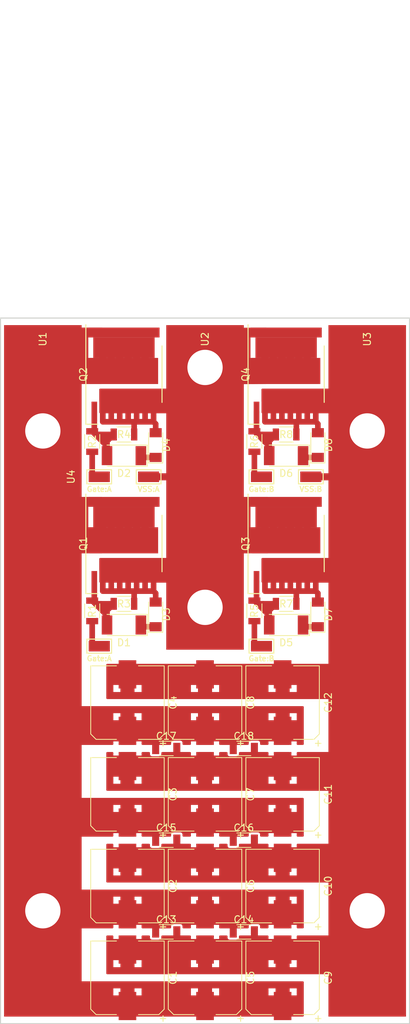
<source format=kicad_pcb>
(kicad_pcb (version 4) (host pcbnew 4.0.7)
  (title_block (title "Modular single phase inverter") (date 2018-04-13) (rev 1.0) (company "Appendix XXXX"))
  (layers (0 F.Cu signal) (31 B.Cu signal) (34 B.Paste user) (35 F.Paste user) (36 B.SilkS user) (37 F.SilkS user) (38 B.Mask user) (39 F.Mask user) (44 Edge.Cuts user))
  (net 0 "")
  (net 1 /+DC_link)
  (net 2 /-DC_link)
  (net 3 "Net-(D1-Pad1)")
  (net 4 "Net-(D1-Pad2)")
  (net 5 "Net-(D2-Pad1)")
  (net 6 "Net-(D2-Pad2)")
  (net 7 /Phase_A)
  (net 8 "Net-(D5-Pad1)")
  (net 9 "Net-(D5-Pad2)")
  (net 10 "Net-(D6-Pad1)")
  (net 11 "Net-(D6-Pad2)")
  (net 12 G_H1A)
  (net 13 G_H2A)
  (net 14 G_L1A)
  (net 15 G_L2A)
  (module Capacitors_SMD:CP_Elec_10x10.5 (layer F.Cu) (at 89 140.5 90)
    (fp_text reference C6 (at 0 6.46 90) (layer F.SilkS))
    (fp_text value 56u)
    (fp_text user + (at -5.78 4.97 90) (layer F.SilkS))
    (pad 1 smd rect (at -4 0 270) (size 4 2.5) (layers F.Cu F.Paste F.Mask) (net 1 /+DC_link))
    (pad 2 smd rect (at 4 0 270) (size 4 2.5) (layers F.Cu F.Paste F.Mask) (net 2 /-DC_link))
  )
  (module Capacitors_SMD:CP_Elec_10x10.5 (layer F.Cu) (at 100 140.5 90)
    (fp_text reference C10 (at 0 6.46 90) (layer F.SilkS))
    (fp_text value 56u)
    (fp_text user + (at -5.78 4.97 90) (layer F.SilkS))
    (pad 1 smd rect (at -4 0 270) (size 4 2.5) (layers F.Cu F.Paste F.Mask) (net 1 /+DC_link))
    (pad 2 smd rect (at 4 0 270) (size 4 2.5) (layers F.Cu F.Paste F.Mask) (net 2 /-DC_link))
  )
  (module Capacitors_SMD:CP_Elec_10x10.5 (layer F.Cu) (at 78 153.5 90)
    (fp_text reference C1 (at 0 6.46 90) (layer F.SilkS))
    (fp_text value 56u)
    (fp_text user + (at -5.78 4.97 90) (layer F.SilkS))
    (pad 1 smd rect (at -4 0 270) (size 4 2.5) (layers F.Cu F.Paste F.Mask) (net 1 /+DC_link))
    (pad 2 smd rect (at 4 0 270) (size 4 2.5) (layers F.Cu F.Paste F.Mask) (net 2 /-DC_link))
  )
  (module Capacitors_SMD:CP_Elec_10x10.5 (layer F.Cu) (at 78 140.5 90)
    (fp_text reference C2 (at 0 6.46 90) (layer F.SilkS))
    (fp_text value 56u)
    (fp_text user + (at -5.78 4.97 90) (layer F.SilkS))
    (pad 1 smd rect (at -4 0 270) (size 4 2.5) (layers F.Cu F.Paste F.Mask) (net 1 /+DC_link))
    (pad 2 smd rect (at 4 0 270) (size 4 2.5) (layers F.Cu F.Paste F.Mask) (net 2 /-DC_link))
  )
  (module Capacitors_SMD:CP_Elec_10x10.5 (layer F.Cu) (at 78 127.5 90)
    (fp_text reference C3 (at 0 6.46 90) (layer F.SilkS))
    (fp_text value 56u)
    (fp_text user + (at -5.78 4.97 90) (layer F.SilkS))
    (pad 1 smd rect (at -4 0 270) (size 4 2.5) (layers F.Cu F.Paste F.Mask) (net 1 /+DC_link))
    (pad 2 smd rect (at 4 0 270) (size 4 2.5) (layers F.Cu F.Paste F.Mask) (net 2 /-DC_link))
  )
  (module Capacitors_SMD:CP_Elec_10x10.5 (layer F.Cu) (at 78 114.5 90)
    (fp_text reference C4 (at 0 6.46 90) (layer F.SilkS))
    (fp_text value 56u)
    (fp_text user + (at -5.78 4.97 90) (layer F.SilkS))
    (pad 1 smd rect (at -4 0 270) (size 4 2.5) (layers F.Cu F.Paste F.Mask) (net 1 /+DC_link))
    (pad 2 smd rect (at 4 0 270) (size 4 2.5) (layers F.Cu F.Paste F.Mask) (net 2 /-DC_link))
  )
  (module Capacitors_SMD:CP_Elec_10x10.5 (layer F.Cu) (at 89 153.5 90)
    (fp_text reference C5 (at 0 6.46 90) (layer F.SilkS))
    (fp_text value 56u)
    (fp_text user + (at -5.78 4.97 90) (layer F.SilkS))
    (pad 1 smd rect (at -4 0 270) (size 4 2.5) (layers F.Cu F.Paste F.Mask) (net 1 /+DC_link))
    (pad 2 smd rect (at 4 0 270) (size 4 2.5) (layers F.Cu F.Paste F.Mask) (net 2 /-DC_link))
  )
  (module Capacitors_SMD:CP_Elec_10x10.5 (layer F.Cu) (at 89 127.5 90)
    (fp_text reference C7 (at 0 6.46 90) (layer F.SilkS))
    (fp_text value 56u)
    (fp_text user + (at -5.78 4.97 90) (layer F.SilkS))
    (pad 1 smd rect (at -4 0 270) (size 4 2.5) (layers F.Cu F.Paste F.Mask) (net 1 /+DC_link))
    (pad 2 smd rect (at 4 0 270) (size 4 2.5) (layers F.Cu F.Paste F.Mask) (net 2 /-DC_link))
  )
  (module Capacitors_SMD:CP_Elec_10x10.5 (layer F.Cu) (at 89 114.5 90)
    (fp_text reference C8 (at 0 6.46 90) (layer F.SilkS))
    (fp_text value 56u)
    (fp_text user + (at -5.78 4.97 90) (layer F.SilkS))
    (pad 1 smd rect (at -4 0 270) (size 4 2.5) (layers F.Cu F.Paste F.Mask) (net 1 /+DC_link))
    (pad 2 smd rect (at 4 0 270) (size 4 2.5) (layers F.Cu F.Paste F.Mask) (net 2 /-DC_link))
  )
  (module Capacitors_SMD:CP_Elec_10x10.5 (layer F.Cu) (at 100 153.5 90)
    (fp_text reference C9 (at 0 6.46 90) (layer F.SilkS))
    (fp_text value 56u)
    (fp_text user + (at -5.78 4.97 90) (layer F.SilkS))
    (pad 1 smd rect (at -4 0 270) (size 4 2.5) (layers F.Cu F.Paste F.Mask) (net 1 /+DC_link))
    (pad 2 smd rect (at 4 0 270) (size 4 2.5) (layers F.Cu F.Paste F.Mask) (net 2 /-DC_link))
  )
  (module Capacitors_SMD:CP_Elec_10x10.5 (layer F.Cu) (at 100 127.5 90)
    (fp_text reference C11 (at 0 6.46 90) (layer F.SilkS))
    (fp_text value 56u)
    (fp_text user + (at -5.78 4.97 90) (layer F.SilkS))
    (pad 1 smd rect (at -4 0 270) (size 4 2.5) (layers F.Cu F.Paste F.Mask) (net 1 /+DC_link))
    (pad 2 smd rect (at 4 0 270) (size 4 2.5) (layers F.Cu F.Paste F.Mask) (net 2 /-DC_link))
  )
  (module Capacitors_SMD:CP_Elec_10x10.5 (layer F.Cu) (at 100 114.5 90)
    (fp_text reference C12 (at 0 6.46 90) (layer F.SilkS))
    (fp_text value 56u)
    (fp_text user + (at -5.78 4.97 90) (layer F.SilkS))
    (pad 1 smd rect (at -4 0 270) (size 4 2.5) (layers F.Cu F.Paste F.Mask) (net 1 /+DC_link))
    (pad 2 smd rect (at 4 0 270) (size 4 2.5) (layers F.Cu F.Paste F.Mask) (net 2 /-DC_link))
  )
  (module Diodes_SMD:D_MELF (layer F.Cu) (at 77.5 103.5 180)
    (fp_text reference D1 (at 0 -2.5 180) (layer F.SilkS))
    (fp_text value ZMY10-GS08)
    (pad 1 smd rect (at -2.4 0 180) (size 1.5 2.7) (layers F.Cu F.Paste F.Mask) (net 3 "Net-(D1-Pad1)"))
    (pad 2 smd rect (at 2.4 0 180) (size 1.5 2.7) (layers F.Cu F.Paste F.Mask) (net 4 "Net-(D1-Pad2)"))
  )
  (module Diodes_SMD:D_MELF (layer F.Cu) (at 77.5 79.5 180)
    (fp_text reference D2 (at 0 -2.5 180) (layer F.SilkS))
    (fp_text value ZMY10-GS08)
    (pad 1 smd rect (at -2.4 0 180) (size 1.5 2.7) (layers F.Cu F.Paste F.Mask) (net 5 "Net-(D2-Pad1)"))
    (pad 2 smd rect (at 2.4 0 180) (size 1.5 2.7) (layers F.Cu F.Paste F.Mask) (net 6 "Net-(D2-Pad2)"))
  )
  (module Diodes_SMD:D_MiniMELF (layer F.Cu) (at 82 102 90)
    (fp_text reference D3 (at 0 1.5 90) (layer F.SilkS))
    (fp_text value FDLL4148)
    (pad 1 smd rect (at -1.75 0 90) (size 1.3 1.7) (layers F.Cu F.Paste F.Mask) (net 3 "Net-(D1-Pad1)"))
    (pad 2 smd rect (at 1.75 0 90) (size 1.3 1.7) (layers F.Cu F.Paste F.Mask) (net 7 /Phase_A))
  )
  (module Diodes_SMD:D_MiniMELF (layer F.Cu) (at 82 78 90)
    (fp_text reference D4 (at 0 1.5 90) (layer F.SilkS))
    (fp_text value FDLL4148)
    (pad 1 smd rect (at -1.75 0 90) (size 1.3 1.7) (layers F.Cu F.Paste F.Mask) (net 5 "Net-(D2-Pad1)"))
    (pad 2 smd rect (at 1.75 0 90) (size 1.3 1.7) (layers F.Cu F.Paste F.Mask) (net 7 /Phase_A))
  )
  (module Diodes_SMD:D_MELF (layer F.Cu) (at 100.5 103.5 180)
    (fp_text reference D5 (at 0 -2.5 180) (layer F.SilkS))
    (fp_text value ZMY10-GS08)
    (pad 1 smd rect (at -2.4 0 180) (size 1.5 2.7) (layers F.Cu F.Paste F.Mask) (net 8 "Net-(D5-Pad1)"))
    (pad 2 smd rect (at 2.4 0 180) (size 1.5 2.7) (layers F.Cu F.Paste F.Mask) (net 9 "Net-(D5-Pad2)"))
  )
  (module Diodes_SMD:D_MELF (layer F.Cu) (at 100.5 79.5 180)
    (fp_text reference D6 (at 0 -2.5 180) (layer F.SilkS))
    (fp_text value ZMY10-GS08)
    (pad 1 smd rect (at -2.4 0 180) (size 1.5 2.7) (layers F.Cu F.Paste F.Mask) (net 10 "Net-(D6-Pad1)"))
    (pad 2 smd rect (at 2.4 0 180) (size 1.5 2.7) (layers F.Cu F.Paste F.Mask) (net 11 "Net-(D6-Pad2)"))
  )
  (module Diodes_SMD:D_MiniMELF (layer F.Cu) (at 105 102 90)
    (fp_text reference D7 (at 0 1.5 90) (layer F.SilkS))
    (fp_text value FDLL4148)
    (pad 1 smd rect (at -1.75 0 90) (size 1.3 1.7) (layers F.Cu F.Paste F.Mask) (net 8 "Net-(D5-Pad1)"))
    (pad 2 smd rect (at 1.75 0 90) (size 1.3 1.7) (layers F.Cu F.Paste F.Mask) (net 2 /-DC_link))
  )
  (module Diodes_SMD:D_MiniMELF (layer F.Cu) (at 105 78 90)
    (fp_text reference D8 (at 0 1.5 90) (layer F.SilkS))
    (fp_text value FDLL4148)
    (pad 1 smd rect (at -1.75 0 90) (size 1.3 1.7) (layers F.Cu F.Paste F.Mask) (net 10 "Net-(D6-Pad1)"))
    (pad 2 smd rect (at 1.75 0 90) (size 1.3 1.7) (layers F.Cu F.Paste F.Mask) (net 2 /-DC_link))
  )
  (module Resistors_SMD:R_1206 (layer F.Cu) (at 73 101.5 270)
    (fp_text reference R1 (at 0 0 270) (layer F.SilkS))
    (fp_text value R)
    (pad 1 smd rect (at -1.45 0 270) (size 0.9 1.7) (layers F.Cu F.Paste F.Mask) (net 4 "Net-(D1-Pad2)"))
    (pad 2 smd rect (at 1.45 0 270) (size 0.9 1.7) (layers F.Cu F.Paste F.Mask) (net 12 G_H1A))
  )
  (module Resistors_SMD:R_1206 (layer F.Cu) (at 73 77.5 270)
    (fp_text reference R2 (at 0 0 270) (layer F.SilkS))
    (fp_text value R)
    (pad 1 smd rect (at -1.45 0 270) (size 0.9 1.7) (layers F.Cu F.Paste F.Mask) (net 6 "Net-(D2-Pad2)"))
    (pad 2 smd rect (at 1.45 0 270) (size 0.9 1.7) (layers F.Cu F.Paste F.Mask) (net 13 G_H2A))
  )
  (module Resistors_SMD:R_1206 (layer F.Cu) (at 77.5 100.5 180)
    (fp_text reference R3 (at 0 0 180) (layer F.SilkS))
    (fp_text value 100k)
    (pad 1 smd rect (at -1.45 0 180) (size 0.9 1.7) (layers F.Cu F.Paste F.Mask) (net 7 /Phase_A))
    (pad 2 smd rect (at 1.45 0 180) (size 0.9 1.7) (layers F.Cu F.Paste F.Mask) (net 4 "Net-(D1-Pad2)"))
  )
  (module Resistors_SMD:R_1206 (layer F.Cu) (at 77.5 76.5 180)
    (fp_text reference R4 (at 0 0 180) (layer F.SilkS))
    (fp_text value 100k)
    (pad 1 smd rect (at -1.45 0 180) (size 0.9 1.7) (layers F.Cu F.Paste F.Mask) (net 7 /Phase_A))
    (pad 2 smd rect (at 1.45 0 180) (size 0.9 1.7) (layers F.Cu F.Paste F.Mask) (net 6 "Net-(D2-Pad2)"))
  )
  (module Resistors_SMD:R_1206 (layer F.Cu) (at 96 101.5 270)
    (fp_text reference R5 (at 0 0 270) (layer F.SilkS))
    (fp_text value R)
    (pad 1 smd rect (at -1.45 0 270) (size 0.9 1.7) (layers F.Cu F.Paste F.Mask) (net 9 "Net-(D5-Pad2)"))
    (pad 2 smd rect (at 1.45 0 270) (size 0.9 1.7) (layers F.Cu F.Paste F.Mask) (net 14 G_L1A))
  )
  (module Resistors_SMD:R_1206 (layer F.Cu) (at 96 77.5 270)
    (fp_text reference R6 (at 0 0 270) (layer F.SilkS))
    (fp_text value R)
    (pad 1 smd rect (at -1.45 0 270) (size 0.9 1.7) (layers F.Cu F.Paste F.Mask) (net 11 "Net-(D6-Pad2)"))
    (pad 2 smd rect (at 1.45 0 270) (size 0.9 1.7) (layers F.Cu F.Paste F.Mask) (net 15 G_L2A))
  )
  (module Resistors_SMD:R_1206 (layer F.Cu) (at 100.5 100.5 180)
    (fp_text reference R7 (at 0 0 180) (layer F.SilkS))
    (fp_text value 100k)
    (pad 1 smd rect (at -1.45 0 180) (size 0.9 1.7) (layers F.Cu F.Paste F.Mask) (net 2 /-DC_link))
    (pad 2 smd rect (at 1.45 0 180) (size 0.9 1.7) (layers F.Cu F.Paste F.Mask) (net 9 "Net-(D5-Pad2)"))
  )
  (module Resistors_SMD:R_1206 (layer F.Cu) (at 100.5 76.5 180)
    (fp_text reference R8 (at 0 0 180) (layer F.SilkS))
    (fp_text value 100k)
    (pad 1 smd rect (at -1.45 0 180) (size 0.9 1.7) (layers F.Cu F.Paste F.Mask) (net 2 /-DC_link))
    (pad 2 smd rect (at 1.45 0 180) (size 0.9 1.7) (layers F.Cu F.Paste F.Mask) (net 11 "Net-(D6-Pad2)"))
  )
  (module Capacitors_SMD:C_1206 (layer F.Cu) (at 83.5 147)
    (fp_text reference C13 (at 0 -1.75) (layer F.SilkS))
    (fp_text value 100n)
    (pad 1 smd rect (at -1.5 0) (size 1 1.6) (layers F.Cu F.Paste F.Mask) (net 1 /+DC_link))
    (pad 2 smd rect (at 1.5 0) (size 1 1.6) (layers F.Cu F.Paste F.Mask) (net 2 /-DC_link))
  )
  (module Capacitors_SMD:C_1206 (layer F.Cu) (at 94.5 147)
    (fp_text reference C14 (at 0 -1.75) (layer F.SilkS))
    (fp_text value 100n)
    (pad 1 smd rect (at -1.5 0) (size 1 1.6) (layers F.Cu F.Paste F.Mask) (net 1 /+DC_link))
    (pad 2 smd rect (at 1.5 0) (size 1 1.6) (layers F.Cu F.Paste F.Mask) (net 2 /-DC_link))
  )
  (module Capacitors_SMD:C_1206 (layer F.Cu) (at 83.5 134)
    (fp_text reference C15 (at 0 -1.75) (layer F.SilkS))
    (fp_text value 100n)
    (pad 1 smd rect (at -1.5 0) (size 1 1.6) (layers F.Cu F.Paste F.Mask) (net 1 /+DC_link))
    (pad 2 smd rect (at 1.5 0) (size 1 1.6) (layers F.Cu F.Paste F.Mask) (net 2 /-DC_link))
  )
  (module Capacitors_SMD:C_1206 (layer F.Cu) (at 94.5 134)
    (fp_text reference C16 (at 0 -1.75) (layer F.SilkS))
    (fp_text value 100n)
    (pad 1 smd rect (at -1.5 0) (size 1 1.6) (layers F.Cu F.Paste F.Mask) (net 1 /+DC_link))
    (pad 2 smd rect (at 1.5 0) (size 1 1.6) (layers F.Cu F.Paste F.Mask) (net 2 /-DC_link))
  )
  (module Capacitors_SMD:C_1206 (layer F.Cu) (at 83.5 121)
    (fp_text reference C17 (at 0 -1.75) (layer F.SilkS))
    (fp_text value 100n)
    (pad 1 smd rect (at -1.5 0) (size 1 1.6) (layers F.Cu F.Paste F.Mask) (net 1 /+DC_link))
    (pad 2 smd rect (at 1.5 0) (size 1 1.6) (layers F.Cu F.Paste F.Mask) (net 2 /-DC_link))
  )
  (module Capacitors_SMD:C_1206 (layer F.Cu) (at 94.5 121)
    (fp_text reference C18 (at 0 -1.75) (layer F.SilkS))
    (fp_text value 100n)
    (pad 1 smd rect (at -1.5 0) (size 1 1.6) (layers F.Cu F.Paste F.Mask) (net 1 /+DC_link))
    (pad 2 smd rect (at 1.5 0) (size 1 1.6) (layers F.Cu F.Paste F.Mask) (net 2 /-DC_link))
  )
  (module Jespers_footprints:cu_bar_long (layer F.Cu) (at 66 110 270)
    (fp_text reference U1 (at -47 0 270) (layer F.SilkS))
    (fp_text value +DC_link)
    (pad "" np_thru_hole circle (at 34 0 270) (size 5 5) (drill 5) (layers *.Mask F.Cu))
    (pad 1 smd rect (at 0 0 270) (size 98 11) (layers F.Cu F.Mask) (net 1 /+DC_link))
    (pad "" np_thru_hole circle (at -34 0 270) (size 5 5) (drill 5) (layers *.Mask F.Cu))
  )
  (module Jespers_footprints:cu_bar_long (layer F.Cu) (at 112 110 270)
    (fp_text reference U3 (at -47 0 270) (layer F.SilkS))
    (fp_text value -DC_link)
    (pad "" np_thru_hole circle (at 34 0 270) (size 5 5) (drill 5) (layers *.Mask F.Cu))
    (pad 1 smd rect (at 0 0 270) (size 98 11) (layers F.Cu F.Mask) (net 2 /-DC_link))
    (pad "" np_thru_hole circle (at -34 0 270) (size 5 5) (drill 5) (layers *.Mask F.Cu))
  )
  (module Jespers_footprints:Infineon_PG-HSOF-8-1_Full_paste (layer F.Cu) (at 100.5 68 90)
    (fp_text reference Q4 (at 0 -5.75 90) (layer F.SilkS))
    (fp_text value IPT012N08N5)
    (pad 3 smd rect (at 5.95 0) (size 10.1 1.4) (layers F.Cu F.Paste F.Mask) (net 7 /Phase_A))
    (pad 3 smd rect (at 3.8 0) (size 8.7 2.9) (layers F.Cu F.Paste F.Mask) (net 7 /Phase_A))
    (pad 3 smd rect (at 0.5 0) (size 9.7 3.7) (layers F.Cu F.Paste F.Mask) (net 7 /Phase_A))
    (pad 2 smd rect (at -5.25 -0.6) (size 0.8 2.8) (layers F.Cu F.Paste F.Mask) (net 2 /-DC_link))
    (pad 2 smd rect (at -5.25 0.6) (size 0.8 2.8) (layers F.Cu F.Paste F.Mask) (net 2 /-DC_link))
    (pad 2 smd rect (at -5.25 1.8) (size 0.8 2.8) (layers F.Cu F.Paste F.Mask) (net 2 /-DC_link))
    (pad 2 smd rect (at -5.25 3) (size 0.8 2.8) (layers F.Cu F.Paste F.Mask) (net 2 /-DC_link))
    (pad 2 smd rect (at -5.25 4.2) (size 0.8 2.8) (layers F.Cu F.Paste F.Mask) (net 2 /-DC_link))
    (pad 2 smd rect (at -5.25 -1.8) (size 0.8 2.8) (layers F.Cu F.Paste F.Mask) (net 2 /-DC_link))
    (pad 2 smd rect (at -5.25 -3) (size 0.8 2.8) (layers F.Cu F.Paste F.Mask) (net 2 /-DC_link))
    (pad 1 smd rect (at -5.25 -4.2) (size 0.8 2.8) (layers F.Cu F.Paste F.Mask) (net 11 "Net-(D6-Pad2)"))
    (pad 3 smd circle (at -0.08 -4.2) (size 1 1) (layers F.Cu F.Paste F.Mask) (net 7 /Phase_A))
    (pad 3 smd circle (at -0.08 -3) (size 1 1) (layers F.Cu F.Paste F.Mask) (net 7 /Phase_A))
    (pad 3 smd circle (at -0.08 -1.8) (size 1 1) (layers F.Cu F.Paste F.Mask) (net 7 /Phase_A))
    (pad 3 smd circle (at -0.08 -0.6) (size 1 1) (layers F.Cu F.Paste F.Mask) (net 7 /Phase_A))
    (pad 3 smd circle (at -0.08 0.6) (size 1 1) (layers F.Cu F.Paste F.Mask) (net 7 /Phase_A))
    (pad 3 smd circle (at -0.08 1.8) (size 1 1) (layers F.Cu F.Paste F.Mask) (net 7 /Phase_A))
    (pad 3 smd circle (at -0.08 3) (size 1 1) (layers F.Cu F.Paste F.Mask) (net 7 /Phase_A))
    (pad 3 smd circle (at -0.08 4.2) (size 1 1) (layers F.Cu F.Paste F.Mask) (net 7 /Phase_A))
    (pad 3 smd circle (at 1.12 4.2) (size 1 1) (layers F.Cu F.Paste F.Mask) (net 7 /Phase_A))
    (pad 3 smd circle (at 1.12 3) (size 1 1) (layers F.Cu F.Paste F.Mask) (net 7 /Phase_A))
    (pad 3 smd circle (at 1.12 0.6) (size 1 1) (layers F.Cu F.Paste F.Mask) (net 7 /Phase_A))
    (pad 3 smd circle (at 1.12 1.8) (size 1 1) (layers F.Cu F.Paste F.Mask) (net 7 /Phase_A))
    (pad 3 smd circle (at 1.12 -0.6) (size 1 1) (layers F.Cu F.Paste F.Mask) (net 7 /Phase_A))
    (pad 3 smd circle (at 1.12 -1.8) (size 1 1) (layers F.Cu F.Paste F.Mask) (net 7 /Phase_A))
    (pad 3 smd circle (at 1.12 -3) (size 1 1) (layers F.Cu F.Paste F.Mask) (net 7 /Phase_A))
    (pad 3 smd circle (at 1.12 -4.2) (size 1 1) (layers F.Cu F.Paste F.Mask) (net 7 /Phase_A))
    (pad 3 smd circle (at 2.32 -3) (size 1 1) (layers F.Cu F.Paste F.Mask) (net 7 /Phase_A))
    (pad 3 smd circle (at 2.32 -1.8) (size 1 1) (layers F.Cu F.Paste F.Mask) (net 7 /Phase_A))
    (pad 3 smd circle (at 2.32 -0.6) (size 1 1) (layers F.Cu F.Paste F.Mask) (net 7 /Phase_A))
    (pad 3 smd circle (at 2.32 0.6) (size 1 1) (layers F.Cu F.Paste F.Mask) (net 7 /Phase_A))
    (pad 3 smd circle (at 2.32 1.8) (size 1 1) (layers F.Cu F.Paste F.Mask) (net 7 /Phase_A))
    (pad 3 smd circle (at 2.32 3) (size 1 1) (layers F.Cu F.Paste F.Mask) (net 7 /Phase_A))
    (pad 3 smd circle (at 3.52 3) (size 1 1) (layers F.Cu F.Paste F.Mask) (net 7 /Phase_A))
    (pad 3 smd circle (at 3.52 0.6) (size 1 1) (layers F.Cu F.Paste F.Mask) (net 7 /Phase_A))
    (pad 3 smd circle (at 3.52 1.8) (size 1 1) (layers F.Cu F.Paste F.Mask) (net 7 /Phase_A))
    (pad 3 smd circle (at 3.52 -0.6) (size 1 1) (layers F.Cu F.Paste F.Mask) (net 7 /Phase_A))
    (pad 3 smd circle (at 3.52 -1.8) (size 1 1) (layers F.Cu F.Paste F.Mask) (net 7 /Phase_A))
    (pad 3 smd circle (at 3.52 -3) (size 1 1) (layers F.Cu F.Paste F.Mask) (net 7 /Phase_A))
    (pad 3 smd circle (at 4.72 -3) (size 1 1) (layers F.Cu F.Paste F.Mask) (net 7 /Phase_A))
    (pad 3 smd circle (at 4.72 -1.8) (size 1 1) (layers F.Cu F.Paste F.Mask) (net 7 /Phase_A))
    (pad 3 smd circle (at 4.72 -0.6) (size 1 1) (layers F.Cu F.Paste F.Mask) (net 7 /Phase_A))
    (pad 3 smd circle (at 4.72 0.6) (size 1 1) (layers F.Cu F.Paste F.Mask) (net 7 /Phase_A))
    (pad 3 smd circle (at 4.72 1.8) (size 1 1) (layers F.Cu F.Paste F.Mask) (net 7 /Phase_A))
    (pad 3 smd circle (at 4.72 3) (size 1 1) (layers F.Cu F.Paste F.Mask) (net 7 /Phase_A))
    (pad 3 smd circle (at 6.02 -4.2) (size 1 1) (layers F.Cu F.Paste F.Mask) (net 7 /Phase_A))
    (pad 3 smd circle (at 6.02 -3) (size 1 1) (layers F.Cu F.Paste F.Mask) (net 7 /Phase_A))
    (pad 3 smd circle (at 6.02 -1.8) (size 1 1) (layers F.Cu F.Paste F.Mask) (net 7 /Phase_A))
    (pad 3 smd circle (at 6.02 -0.6) (size 1 1) (layers F.Cu F.Paste F.Mask) (net 7 /Phase_A))
    (pad 3 smd circle (at 6.02 0.6) (size 1 1) (layers F.Cu F.Paste F.Mask) (net 7 /Phase_A))
    (pad 3 smd circle (at 6.02 1.8) (size 1 1) (layers F.Cu F.Paste F.Mask) (net 7 /Phase_A))
    (pad 3 smd circle (at 6.02 3) (size 1 1) (layers F.Cu F.Paste F.Mask) (net 7 /Phase_A))
    (pad 3 smd circle (at 6.02 4.2) (size 1 1) (layers F.Cu F.Paste F.Mask) (net 7 /Phase_A))
    (pad 2 smd rect (at -4.25 0.6) (size 8 0.8) (layers F.Cu F.Mask) (net 2 /-DC_link))
  )
  (module Jespers_footprints:Infineon_PG-HSOF-8-1_Full_paste (layer F.Cu) (at 100.5 92 90)
    (fp_text reference Q3 (at 0 -5.75 90) (layer F.SilkS))
    (fp_text value IPT012N08N5)
    (pad 3 smd rect (at 5.95 0) (size 10.1 1.4) (layers F.Cu F.Paste F.Mask) (net 7 /Phase_A))
    (pad 3 smd rect (at 3.8 0) (size 8.7 2.9) (layers F.Cu F.Paste F.Mask) (net 7 /Phase_A))
    (pad 3 smd rect (at 0.5 0) (size 9.7 3.7) (layers F.Cu F.Paste F.Mask) (net 7 /Phase_A))
    (pad 2 smd rect (at -5.25 -0.6) (size 0.8 2.8) (layers F.Cu F.Paste F.Mask) (net 2 /-DC_link))
    (pad 2 smd rect (at -5.25 0.6) (size 0.8 2.8) (layers F.Cu F.Paste F.Mask) (net 2 /-DC_link))
    (pad 2 smd rect (at -5.25 1.8) (size 0.8 2.8) (layers F.Cu F.Paste F.Mask) (net 2 /-DC_link))
    (pad 2 smd rect (at -5.25 3) (size 0.8 2.8) (layers F.Cu F.Paste F.Mask) (net 2 /-DC_link))
    (pad 2 smd rect (at -5.25 4.2) (size 0.8 2.8) (layers F.Cu F.Paste F.Mask) (net 2 /-DC_link))
    (pad 2 smd rect (at -5.25 -1.8) (size 0.8 2.8) (layers F.Cu F.Paste F.Mask) (net 2 /-DC_link))
    (pad 2 smd rect (at -5.25 -3) (size 0.8 2.8) (layers F.Cu F.Paste F.Mask) (net 2 /-DC_link))
    (pad 1 smd rect (at -5.25 -4.2) (size 0.8 2.8) (layers F.Cu F.Paste F.Mask) (net 9 "Net-(D5-Pad2)"))
    (pad 3 smd circle (at -0.08 -4.2) (size 1 1) (layers F.Cu F.Paste F.Mask) (net 7 /Phase_A))
    (pad 3 smd circle (at -0.08 -3) (size 1 1) (layers F.Cu F.Paste F.Mask) (net 7 /Phase_A))
    (pad 3 smd circle (at -0.08 -1.8) (size 1 1) (layers F.Cu F.Paste F.Mask) (net 7 /Phase_A))
    (pad 3 smd circle (at -0.08 -0.6) (size 1 1) (layers F.Cu F.Paste F.Mask) (net 7 /Phase_A))
    (pad 3 smd circle (at -0.08 0.6) (size 1 1) (layers F.Cu F.Paste F.Mask) (net 7 /Phase_A))
    (pad 3 smd circle (at -0.08 1.8) (size 1 1) (layers F.Cu F.Paste F.Mask) (net 7 /Phase_A))
    (pad 3 smd circle (at -0.08 3) (size 1 1) (layers F.Cu F.Paste F.Mask) (net 7 /Phase_A))
    (pad 3 smd circle (at -0.08 4.2) (size 1 1) (layers F.Cu F.Paste F.Mask) (net 7 /Phase_A))
    (pad 3 smd circle (at 1.12 4.2) (size 1 1) (layers F.Cu F.Paste F.Mask) (net 7 /Phase_A))
    (pad 3 smd circle (at 1.12 3) (size 1 1) (layers F.Cu F.Paste F.Mask) (net 7 /Phase_A))
    (pad 3 smd circle (at 1.12 0.6) (size 1 1) (layers F.Cu F.Paste F.Mask) (net 7 /Phase_A))
    (pad 3 smd circle (at 1.12 1.8) (size 1 1) (layers F.Cu F.Paste F.Mask) (net 7 /Phase_A))
    (pad 3 smd circle (at 1.12 -0.6) (size 1 1) (layers F.Cu F.Paste F.Mask) (net 7 /Phase_A))
    (pad 3 smd circle (at 1.12 -1.8) (size 1 1) (layers F.Cu F.Paste F.Mask) (net 7 /Phase_A))
    (pad 3 smd circle (at 1.12 -3) (size 1 1) (layers F.Cu F.Paste F.Mask) (net 7 /Phase_A))
    (pad 3 smd circle (at 1.12 -4.2) (size 1 1) (layers F.Cu F.Paste F.Mask) (net 7 /Phase_A))
    (pad 3 smd circle (at 2.32 -3) (size 1 1) (layers F.Cu F.Paste F.Mask) (net 7 /Phase_A))
    (pad 3 smd circle (at 2.32 -1.8) (size 1 1) (layers F.Cu F.Paste F.Mask) (net 7 /Phase_A))
    (pad 3 smd circle (at 2.32 -0.6) (size 1 1) (layers F.Cu F.Paste F.Mask) (net 7 /Phase_A))
    (pad 3 smd circle (at 2.32 0.6) (size 1 1) (layers F.Cu F.Paste F.Mask) (net 7 /Phase_A))
    (pad 3 smd circle (at 2.32 1.8) (size 1 1) (layers F.Cu F.Paste F.Mask) (net 7 /Phase_A))
    (pad 3 smd circle (at 2.32 3) (size 1 1) (layers F.Cu F.Paste F.Mask) (net 7 /Phase_A))
    (pad 3 smd circle (at 3.52 3) (size 1 1) (layers F.Cu F.Paste F.Mask) (net 7 /Phase_A))
    (pad 3 smd circle (at 3.52 0.6) (size 1 1) (layers F.Cu F.Paste F.Mask) (net 7 /Phase_A))
    (pad 3 smd circle (at 3.52 1.8) (size 1 1) (layers F.Cu F.Paste F.Mask) (net 7 /Phase_A))
    (pad 3 smd circle (at 3.52 -0.6) (size 1 1) (layers F.Cu F.Paste F.Mask) (net 7 /Phase_A))
    (pad 3 smd circle (at 3.52 -1.8) (size 1 1) (layers F.Cu F.Paste F.Mask) (net 7 /Phase_A))
    (pad 3 smd circle (at 3.52 -3) (size 1 1) (layers F.Cu F.Paste F.Mask) (net 7 /Phase_A))
    (pad 3 smd circle (at 4.72 -3) (size 1 1) (layers F.Cu F.Paste F.Mask) (net 7 /Phase_A))
    (pad 3 smd circle (at 4.72 -1.8) (size 1 1) (layers F.Cu F.Paste F.Mask) (net 7 /Phase_A))
    (pad 3 smd circle (at 4.72 -0.6) (size 1 1) (layers F.Cu F.Paste F.Mask) (net 7 /Phase_A))
    (pad 3 smd circle (at 4.72 0.6) (size 1 1) (layers F.Cu F.Paste F.Mask) (net 7 /Phase_A))
    (pad 3 smd circle (at 4.72 1.8) (size 1 1) (layers F.Cu F.Paste F.Mask) (net 7 /Phase_A))
    (pad 3 smd circle (at 4.72 3) (size 1 1) (layers F.Cu F.Paste F.Mask) (net 7 /Phase_A))
    (pad 3 smd circle (at 6.02 -4.2) (size 1 1) (layers F.Cu F.Paste F.Mask) (net 7 /Phase_A))
    (pad 3 smd circle (at 6.02 -3) (size 1 1) (layers F.Cu F.Paste F.Mask) (net 7 /Phase_A))
    (pad 3 smd circle (at 6.02 -1.8) (size 1 1) (layers F.Cu F.Paste F.Mask) (net 7 /Phase_A))
    (pad 3 smd circle (at 6.02 -0.6) (size 1 1) (layers F.Cu F.Paste F.Mask) (net 7 /Phase_A))
    (pad 3 smd circle (at 6.02 0.6) (size 1 1) (layers F.Cu F.Paste F.Mask) (net 7 /Phase_A))
    (pad 3 smd circle (at 6.02 1.8) (size 1 1) (layers F.Cu F.Paste F.Mask) (net 7 /Phase_A))
    (pad 3 smd circle (at 6.02 3) (size 1 1) (layers F.Cu F.Paste F.Mask) (net 7 /Phase_A))
    (pad 3 smd circle (at 6.02 4.2) (size 1 1) (layers F.Cu F.Paste F.Mask) (net 7 /Phase_A))
    (pad 2 smd rect (at -4.25 0.6) (size 8 0.8) (layers F.Cu F.Mask) (net 2 /-DC_link))
  )
  (module Jespers_footprints:Infineon_PG-HSOF-8-1_Full_paste (layer F.Cu) (at 77.5 68 90)
    (fp_text reference Q2 (at 0 -5.75 90) (layer F.SilkS))
    (fp_text value IPT012N08N5)
    (pad 3 smd rect (at 5.95 0) (size 10.1 1.4) (layers F.Cu F.Paste F.Mask) (net 1 /+DC_link))
    (pad 3 smd rect (at 3.8 0) (size 8.7 2.9) (layers F.Cu F.Paste F.Mask) (net 1 /+DC_link))
    (pad 3 smd rect (at 0.5 0) (size 9.7 3.7) (layers F.Cu F.Paste F.Mask) (net 1 /+DC_link))
    (pad 2 smd rect (at -5.25 -0.6) (size 0.8 2.8) (layers F.Cu F.Paste F.Mask) (net 7 /Phase_A))
    (pad 2 smd rect (at -5.25 0.6) (size 0.8 2.8) (layers F.Cu F.Paste F.Mask) (net 7 /Phase_A))
    (pad 2 smd rect (at -5.25 1.8) (size 0.8 2.8) (layers F.Cu F.Paste F.Mask) (net 7 /Phase_A))
    (pad 2 smd rect (at -5.25 3) (size 0.8 2.8) (layers F.Cu F.Paste F.Mask) (net 7 /Phase_A))
    (pad 2 smd rect (at -5.25 4.2) (size 0.8 2.8) (layers F.Cu F.Paste F.Mask) (net 7 /Phase_A))
    (pad 2 smd rect (at -5.25 -1.8) (size 0.8 2.8) (layers F.Cu F.Paste F.Mask) (net 7 /Phase_A))
    (pad 2 smd rect (at -5.25 -3) (size 0.8 2.8) (layers F.Cu F.Paste F.Mask) (net 7 /Phase_A))
    (pad 1 smd rect (at -5.25 -4.2) (size 0.8 2.8) (layers F.Cu F.Paste F.Mask) (net 6 "Net-(D2-Pad2)"))
    (pad 3 smd circle (at -0.08 -4.2) (size 1 1) (layers F.Cu F.Paste F.Mask) (net 1 /+DC_link))
    (pad 3 smd circle (at -0.08 -3) (size 1 1) (layers F.Cu F.Paste F.Mask) (net 1 /+DC_link))
    (pad 3 smd circle (at -0.08 -1.8) (size 1 1) (layers F.Cu F.Paste F.Mask) (net 1 /+DC_link))
    (pad 3 smd circle (at -0.08 -0.6) (size 1 1) (layers F.Cu F.Paste F.Mask) (net 1 /+DC_link))
    (pad 3 smd circle (at -0.08 0.6) (size 1 1) (layers F.Cu F.Paste F.Mask) (net 1 /+DC_link))
    (pad 3 smd circle (at -0.08 1.8) (size 1 1) (layers F.Cu F.Paste F.Mask) (net 1 /+DC_link))
    (pad 3 smd circle (at -0.08 3) (size 1 1) (layers F.Cu F.Paste F.Mask) (net 1 /+DC_link))
    (pad 3 smd circle (at -0.08 4.2) (size 1 1) (layers F.Cu F.Paste F.Mask) (net 1 /+DC_link))
    (pad 3 smd circle (at 1.12 4.2) (size 1 1) (layers F.Cu F.Paste F.Mask) (net 1 /+DC_link))
    (pad 3 smd circle (at 1.12 3) (size 1 1) (layers F.Cu F.Paste F.Mask) (net 1 /+DC_link))
    (pad 3 smd circle (at 1.12 0.6) (size 1 1) (layers F.Cu F.Paste F.Mask) (net 1 /+DC_link))
    (pad 3 smd circle (at 1.12 1.8) (size 1 1) (layers F.Cu F.Paste F.Mask) (net 1 /+DC_link))
    (pad 3 smd circle (at 1.12 -0.6) (size 1 1) (layers F.Cu F.Paste F.Mask) (net 1 /+DC_link))
    (pad 3 smd circle (at 1.12 -1.8) (size 1 1) (layers F.Cu F.Paste F.Mask) (net 1 /+DC_link))
    (pad 3 smd circle (at 1.12 -3) (size 1 1) (layers F.Cu F.Paste F.Mask) (net 1 /+DC_link))
    (pad 3 smd circle (at 1.12 -4.2) (size 1 1) (layers F.Cu F.Paste F.Mask) (net 1 /+DC_link))
    (pad 3 smd circle (at 2.32 -3) (size 1 1) (layers F.Cu F.Paste F.Mask) (net 1 /+DC_link))
    (pad 3 smd circle (at 2.32 -1.8) (size 1 1) (layers F.Cu F.Paste F.Mask) (net 1 /+DC_link))
    (pad 3 smd circle (at 2.32 -0.6) (size 1 1) (layers F.Cu F.Paste F.Mask) (net 1 /+DC_link))
    (pad 3 smd circle (at 2.32 0.6) (size 1 1) (layers F.Cu F.Paste F.Mask) (net 1 /+DC_link))
    (pad 3 smd circle (at 2.32 1.8) (size 1 1) (layers F.Cu F.Paste F.Mask) (net 1 /+DC_link))
    (pad 3 smd circle (at 2.32 3) (size 1 1) (layers F.Cu F.Paste F.Mask) (net 1 /+DC_link))
    (pad 3 smd circle (at 3.52 3) (size 1 1) (layers F.Cu F.Paste F.Mask) (net 1 /+DC_link))
    (pad 3 smd circle (at 3.52 0.6) (size 1 1) (layers F.Cu F.Paste F.Mask) (net 1 /+DC_link))
    (pad 3 smd circle (at 3.52 1.8) (size 1 1) (layers F.Cu F.Paste F.Mask) (net 1 /+DC_link))
    (pad 3 smd circle (at 3.52 -0.6) (size 1 1) (layers F.Cu F.Paste F.Mask) (net 1 /+DC_link))
    (pad 3 smd circle (at 3.52 -1.8) (size 1 1) (layers F.Cu F.Paste F.Mask) (net 1 /+DC_link))
    (pad 3 smd circle (at 3.52 -3) (size 1 1) (layers F.Cu F.Paste F.Mask) (net 1 /+DC_link))
    (pad 3 smd circle (at 4.72 -3) (size 1 1) (layers F.Cu F.Paste F.Mask) (net 1 /+DC_link))
    (pad 3 smd circle (at 4.72 -1.8) (size 1 1) (layers F.Cu F.Paste F.Mask) (net 1 /+DC_link))
    (pad 3 smd circle (at 4.72 -0.6) (size 1 1) (layers F.Cu F.Paste F.Mask) (net 1 /+DC_link))
    (pad 3 smd circle (at 4.72 0.6) (size 1 1) (layers F.Cu F.Paste F.Mask) (net 1 /+DC_link))
    (pad 3 smd circle (at 4.72 1.8) (size 1 1) (layers F.Cu F.Paste F.Mask) (net 1 /+DC_link))
    (pad 3 smd circle (at 4.72 3) (size 1 1) (layers F.Cu F.Paste F.Mask) (net 1 /+DC_link))
    (pad 3 smd circle (at 6.02 -4.2) (size 1 1) (layers F.Cu F.Paste F.Mask) (net 1 /+DC_link))
    (pad 3 smd circle (at 6.02 -3) (size 1 1) (layers F.Cu F.Paste F.Mask) (net 1 /+DC_link))
    (pad 3 smd circle (at 6.02 -1.8) (size 1 1) (layers F.Cu F.Paste F.Mask) (net 1 /+DC_link))
    (pad 3 smd circle (at 6.02 -0.6) (size 1 1) (layers F.Cu F.Paste F.Mask) (net 1 /+DC_link))
    (pad 3 smd circle (at 6.02 0.6) (size 1 1) (layers F.Cu F.Paste F.Mask) (net 1 /+DC_link))
    (pad 3 smd circle (at 6.02 1.8) (size 1 1) (layers F.Cu F.Paste F.Mask) (net 1 /+DC_link))
    (pad 3 smd circle (at 6.02 3) (size 1 1) (layers F.Cu F.Paste F.Mask) (net 1 /+DC_link))
    (pad 3 smd circle (at 6.02 4.2) (size 1 1) (layers F.Cu F.Paste F.Mask) (net 1 /+DC_link))
    (pad 2 smd rect (at -4.25 0.6) (size 8 0.8) (layers F.Cu F.Mask) (net 7 /Phase_A))
  )
  (module Jespers_footprints:Infineon_PG-HSOF-8-1_Full_paste (layer F.Cu) (at 77.5 92 90)
    (fp_text reference Q1 (at 0 -5.75 90) (layer F.SilkS))
    (fp_text value IPT012N08N5)
    (pad 3 smd rect (at 5.95 0) (size 10.1 1.4) (layers F.Cu F.Paste F.Mask) (net 1 /+DC_link))
    (pad 3 smd rect (at 3.8 0) (size 8.7 2.9) (layers F.Cu F.Paste F.Mask) (net 1 /+DC_link))
    (pad 3 smd rect (at 0.5 0) (size 9.7 3.7) (layers F.Cu F.Paste F.Mask) (net 1 /+DC_link))
    (pad 2 smd rect (at -5.25 -0.6) (size 0.8 2.8) (layers F.Cu F.Paste F.Mask) (net 7 /Phase_A))
    (pad 2 smd rect (at -5.25 0.6) (size 0.8 2.8) (layers F.Cu F.Paste F.Mask) (net 7 /Phase_A))
    (pad 2 smd rect (at -5.25 1.8) (size 0.8 2.8) (layers F.Cu F.Paste F.Mask) (net 7 /Phase_A))
    (pad 2 smd rect (at -5.25 3) (size 0.8 2.8) (layers F.Cu F.Paste F.Mask) (net 7 /Phase_A))
    (pad 2 smd rect (at -5.25 4.2) (size 0.8 2.8) (layers F.Cu F.Paste F.Mask) (net 7 /Phase_A))
    (pad 2 smd rect (at -5.25 -1.8) (size 0.8 2.8) (layers F.Cu F.Paste F.Mask) (net 7 /Phase_A))
    (pad 2 smd rect (at -5.25 -3) (size 0.8 2.8) (layers F.Cu F.Paste F.Mask) (net 7 /Phase_A))
    (pad 1 smd rect (at -5.25 -4.2) (size 0.8 2.8) (layers F.Cu F.Paste F.Mask) (net 4 "Net-(D1-Pad2)"))
    (pad 3 smd circle (at -0.08 -4.2) (size 1 1) (layers F.Cu F.Paste F.Mask) (net 1 /+DC_link))
    (pad 3 smd circle (at -0.08 -3) (size 1 1) (layers F.Cu F.Paste F.Mask) (net 1 /+DC_link))
    (pad 3 smd circle (at -0.08 -1.8) (size 1 1) (layers F.Cu F.Paste F.Mask) (net 1 /+DC_link))
    (pad 3 smd circle (at -0.08 -0.6) (size 1 1) (layers F.Cu F.Paste F.Mask) (net 1 /+DC_link))
    (pad 3 smd circle (at -0.08 0.6) (size 1 1) (layers F.Cu F.Paste F.Mask) (net 1 /+DC_link))
    (pad 3 smd circle (at -0.08 1.8) (size 1 1) (layers F.Cu F.Paste F.Mask) (net 1 /+DC_link))
    (pad 3 smd circle (at -0.08 3) (size 1 1) (layers F.Cu F.Paste F.Mask) (net 1 /+DC_link))
    (pad 3 smd circle (at -0.08 4.2) (size 1 1) (layers F.Cu F.Paste F.Mask) (net 1 /+DC_link))
    (pad 3 smd circle (at 1.12 4.2) (size 1 1) (layers F.Cu F.Paste F.Mask) (net 1 /+DC_link))
    (pad 3 smd circle (at 1.12 3) (size 1 1) (layers F.Cu F.Paste F.Mask) (net 1 /+DC_link))
    (pad 3 smd circle (at 1.12 0.6) (size 1 1) (layers F.Cu F.Paste F.Mask) (net 1 /+DC_link))
    (pad 3 smd circle (at 1.12 1.8) (size 1 1) (layers F.Cu F.Paste F.Mask) (net 1 /+DC_link))
    (pad 3 smd circle (at 1.12 -0.6) (size 1 1) (layers F.Cu F.Paste F.Mask) (net 1 /+DC_link))
    (pad 3 smd circle (at 1.12 -1.8) (size 1 1) (layers F.Cu F.Paste F.Mask) (net 1 /+DC_link))
    (pad 3 smd circle (at 1.12 -3) (size 1 1) (layers F.Cu F.Paste F.Mask) (net 1 /+DC_link))
    (pad 3 smd circle (at 1.12 -4.2) (size 1 1) (layers F.Cu F.Paste F.Mask) (net 1 /+DC_link))
    (pad 3 smd circle (at 2.32 -3) (size 1 1) (layers F.Cu F.Paste F.Mask) (net 1 /+DC_link))
    (pad 3 smd circle (at 2.32 -1.8) (size 1 1) (layers F.Cu F.Paste F.Mask) (net 1 /+DC_link))
    (pad 3 smd circle (at 2.32 -0.6) (size 1 1) (layers F.Cu F.Paste F.Mask) (net 1 /+DC_link))
    (pad 3 smd circle (at 2.32 0.6) (size 1 1) (layers F.Cu F.Paste F.Mask) (net 1 /+DC_link))
    (pad 3 smd circle (at 2.32 1.8) (size 1 1) (layers F.Cu F.Paste F.Mask) (net 1 /+DC_link))
    (pad 3 smd circle (at 2.32 3) (size 1 1) (layers F.Cu F.Paste F.Mask) (net 1 /+DC_link))
    (pad 3 smd circle (at 3.52 3) (size 1 1) (layers F.Cu F.Paste F.Mask) (net 1 /+DC_link))
    (pad 3 smd circle (at 3.52 0.6) (size 1 1) (layers F.Cu F.Paste F.Mask) (net 1 /+DC_link))
    (pad 3 smd circle (at 3.52 1.8) (size 1 1) (layers F.Cu F.Paste F.Mask) (net 1 /+DC_link))
    (pad 3 smd circle (at 3.52 -0.6) (size 1 1) (layers F.Cu F.Paste F.Mask) (net 1 /+DC_link))
    (pad 3 smd circle (at 3.52 -1.8) (size 1 1) (layers F.Cu F.Paste F.Mask) (net 1 /+DC_link))
    (pad 3 smd circle (at 3.52 -3) (size 1 1) (layers F.Cu F.Paste F.Mask) (net 1 /+DC_link))
    (pad 3 smd circle (at 4.72 -3) (size 1 1) (layers F.Cu F.Paste F.Mask) (net 1 /+DC_link))
    (pad 3 smd circle (at 4.72 -1.8) (size 1 1) (layers F.Cu F.Paste F.Mask) (net 1 /+DC_link))
    (pad 3 smd circle (at 4.72 -0.6) (size 1 1) (layers F.Cu F.Paste F.Mask) (net 1 /+DC_link))
    (pad 3 smd circle (at 4.72 0.6) (size 1 1) (layers F.Cu F.Paste F.Mask) (net 1 /+DC_link))
    (pad 3 smd circle (at 4.72 1.8) (size 1 1) (layers F.Cu F.Paste F.Mask) (net 1 /+DC_link))
    (pad 3 smd circle (at 4.72 3) (size 1 1) (layers F.Cu F.Paste F.Mask) (net 1 /+DC_link))
    (pad 3 smd circle (at 6.02 -4.2) (size 1 1) (layers F.Cu F.Paste F.Mask) (net 1 /+DC_link))
    (pad 3 smd circle (at 6.02 -3) (size 1 1) (layers F.Cu F.Paste F.Mask) (net 1 /+DC_link))
    (pad 3 smd circle (at 6.02 -1.8) (size 1 1) (layers F.Cu F.Paste F.Mask) (net 1 /+DC_link))
    (pad 3 smd circle (at 6.02 -0.6) (size 1 1) (layers F.Cu F.Paste F.Mask) (net 1 /+DC_link))
    (pad 3 smd circle (at 6.02 0.6) (size 1 1) (layers F.Cu F.Paste F.Mask) (net 1 /+DC_link))
    (pad 3 smd circle (at 6.02 1.8) (size 1 1) (layers F.Cu F.Paste F.Mask) (net 1 /+DC_link))
    (pad 3 smd circle (at 6.02 3) (size 1 1) (layers F.Cu F.Paste F.Mask) (net 1 /+DC_link))
    (pad 3 smd circle (at 6.02 4.2) (size 1 1) (layers F.Cu F.Paste F.Mask) (net 1 /+DC_link))
    (pad 2 smd rect (at -4.25 0.6) (size 8 0.8) (layers F.Cu F.Mask) (net 7 /Phase_A))
  )
  (module Jespers_footprints:Gate_driver_example (layer F.Cu) (at 74 82.5)
    (fp_text reference U4 (at -4 0 90) (layer F.SilkS))
    (fp_text value Gate_drive_board)
    (fp_text user Gate:B (at 23 1.75) (layer F.SilkS) (effects (font (size 0.75 0.75))))
    (fp_text user VSS:B (at 30 1.75) (layer F.SilkS) (effects (font (size 0.75 0.75))))
    (fp_text user VSS:A (at 7 1.75) (layer F.SilkS) (effects (font (size 0.75 0.75))))
    (fp_text user Gate:B (at 23 25.75) (layer F.SilkS) (effects (font (size 0.75 0.75))))
    (fp_text user Gate:A (at 0 1.75) (layer F.SilkS) (effects (font (size 0.75 0.75))))
    (fp_text user Gate:A (at 0 25.75) (layer F.SilkS) (effects (font (size 0.75 0.75))))
    (pad 5 smd rect (at 23 0) (size 3 1.5) (layers F.Cu F.Paste F.Mask) (net 15 G_L2A))
    (pad 4 smd rect (at 23 24) (size 3 1.5) (layers F.Cu F.Paste F.Mask) (net 14 G_L1A))
    (pad 6 smd rect (at 30 0) (size 3 1.5) (layers F.Cu F.Paste F.Mask) (net 2 /-DC_link))
    (pad 3 smd rect (at 7 0) (size 3 1.5) (layers F.Cu F.Paste F.Mask) (net 7 /Phase_A))
    (pad 1 smd rect (at 0 24) (size 3 1.5) (layers F.Cu F.Paste F.Mask) (net 12 G_H1A))
    (pad 2 smd rect (at 0 0) (size 3 1.5) (layers F.Cu F.Paste F.Mask) (net 13 G_H2A))
  )
  (module Jespers_footprints:cu_bar (layer F.Cu) (at 89 84 90)
    (fp_text reference U2 (at 21 0 90) (layer F.SilkS))
    (fp_text value Phase_A)
    (pad "" np_thru_hole circle (at 17 0 90) (size 5 5) (drill 5) (layers *.Mask F.Cu))
    (pad 1 smd rect (at 0 0 90) (size 46 11) (layers F.Cu F.Mask) (net 7 /Phase_A))
    (pad "" np_thru_hole circle (at -17 0 90) (size 5 5) (drill 5) (layers *.Mask F.Cu))
  )
  (gr_line (start 60 160) (end 60 60) (angle 90) (layer Edge.Cuts) (width 0.15))
  (gr_line (start 118 160) (end 60 160) (angle 90) (layer Edge.Cuts) (width 0.15))
  (gr_line (start 118 60) (end 118 160) (angle 90) (layer Edge.Cuts) (width 0.15))
  (gr_line (start 60 60) (end 118 60) (angle 90) (layer Edge.Cuts) (width 0.15))
  (segment (start 82 121) (end 82 119) (width 0.3) (layer F.Cu) (net 1))
  (segment (start 93 121) (end 93 119) (width 0.3) (layer F.Cu) (net 1))
  (segment (start 93 134) (end 93 132) (width 0.3) (layer F.Cu) (net 1))
  (segment (start 82 134) (end 82 132) (width 0.3) (layer F.Cu) (net 1))
  (segment (start 82 147) (end 82 145) (width 0.3) (layer F.Cu) (net 1))
  (segment (start 93 147) (end 93 145) (width 0.3) (layer F.Cu) (net 1))
  (segment (start 85 121) (end 85 123) (width 0.3) (layer F.Cu) (net 2))
  (segment (start 96 121) (end 96 123) (width 0.3) (layer F.Cu) (net 2))
  (segment (start 96 134) (end 96 136) (width 0.3) (layer F.Cu) (net 2))
  (segment (start 85 134) (end 85 136) (width 0.3) (layer F.Cu) (net 2))
  (segment (start 96 147) (end 96 149) (width 0.3) (layer F.Cu) (net 2))
  (segment (start 85 147) (end 85 149) (width 0.3) (layer F.Cu) (net 2))
  (segment (start 105 100.25) (end 105 99) (width 0.8) (layer F.Cu) (net 2))
  (segment (start 105 99) (end 104.7 98.7) (width 0.8) (layer F.Cu) (net 2))
  (segment (start 101.95 100.5) (end 101.95 98.7) (width 0.8) (layer F.Cu) (net 2))
  (segment (start 101.95 98.7) (end 102 98.7) (width 0.8) (layer F.Cu) (net 2))
  (segment (start 105 76.25) (end 105 75) (width 0.8) (layer F.Cu) (net 2))
  (segment (start 105 75) (end 104.7 74.7) (width 0.8) (layer F.Cu) (net 2))
  (segment (start 101.95 76.5) (end 101.95 74.7) (width 0.8) (layer F.Cu) (net 2))
  (segment (start 102 74.9) (end 102 74.7) (width 0.8) (layer F.Cu) (net 2))
  (segment (start 102 74.75) (end 102 74.9) (width 0.8) (layer F.Cu) (net 2))
  (segment (start 101.95 74.7) (end 102 74.75) (width 0.8) (layer F.Cu) (net 2))
  (segment (start 97.5 97.25) (end 97.5 98.7) (width 0.8) (layer F.Cu) (net 2))
  (segment (start 104.7 98.7) (end 104.7 97.25) (width 0.8) (layer F.Cu) (net 2))
  (segment (start 97.5 98.7) (end 102 98.7) (width 0.8) (layer F.Cu) (net 2))
  (segment (start 102 98.7) (end 104.7 98.7) (width 0.8) (layer F.Cu) (net 2))
  (segment (start 104.7 73.25) (end 104.7 74.7) (width 0.8) (layer F.Cu) (net 2))
  (segment (start 97.5 74.7) (end 97.5 73.25) (width 0.8) (layer F.Cu) (net 2))
  (segment (start 104.7 74.7) (end 102 74.7) (width 0.8) (layer F.Cu) (net 2))
  (segment (start 102 74.7) (end 97.5 74.7) (width 0.8) (layer F.Cu) (net 2))
  (segment (start 104.75 76.5) (end 105 76.25) (width 0.8) (layer F.Cu) (net 2))
  (segment (start 82 103.75) (end 80.15 103.75) (width 0.8) (layer F.Cu) (net 3))
  (segment (start 80.15 103.75) (end 79.9 103.5) (width 0.8) (layer F.Cu) (net 3))
  (segment (start 73.3 97.25) (end 73.3 99.75) (width 0.8) (layer F.Cu) (net 4))
  (segment (start 73.3 99.75) (end 73 100.05) (width 0.8) (layer F.Cu) (net 4))
  (segment (start 74.25 100.5) (end 74.75 101) (width 0.8) (layer F.Cu) (net 4))
  (segment (start 75.1 103.5) (end 75.1 101.45) (width 0.8) (layer F.Cu) (net 4))
  (segment (start 75.1 101.45) (end 76.05 100.5) (width 0.8) (layer F.Cu) (net 4))
  (segment (start 76.05 100.5) (end 74.25 100.5) (width 0.8) (layer F.Cu) (net 4))
  (segment (start 74.25 100.5) (end 73.45 100.5) (width 0.8) (layer F.Cu) (net 4))
  (segment (start 73.45 100.5) (end 73 100.05) (width 0.8) (layer F.Cu) (net 4))
  (segment (start 75.1 103.5) (end 75.1 102.15) (width 0.8) (layer F.Cu) (net 4))
  (segment (start 75.1 102.15) (end 73 100.05) (width 0.8) (layer F.Cu) (net 4))
  (segment (start 82 79.75) (end 80.15 79.75) (width 0.8) (layer F.Cu) (net 5))
  (segment (start 80.15 79.75) (end 79.9 79.5) (width 0.8) (layer F.Cu) (net 5))
  (segment (start 73.3 73.25) (end 73.3 75.75) (width 0.8) (layer F.Cu) (net 6))
  (segment (start 73.3 75.75) (end 73 76.05) (width 0.8) (layer F.Cu) (net 6))
  (segment (start 74 76.5) (end 74.25 76.5) (width 0.8) (layer F.Cu) (net 6))
  (segment (start 74.25 76.5) (end 74.75 77) (width 0.8) (layer F.Cu) (net 6))
  (segment (start 75.1 79.5) (end 75.1 77.45) (width 0.8) (layer F.Cu) (net 6))
  (segment (start 75.1 77.45) (end 76.05 76.5) (width 0.8) (layer F.Cu) (net 6))
  (segment (start 76.05 76.5) (end 74 76.5) (width 0.8) (layer F.Cu) (net 6))
  (segment (start 74 76.5) (end 73.45 76.5) (width 0.8) (layer F.Cu) (net 6))
  (segment (start 73.45 76.5) (end 73 76.05) (width 0.8) (layer F.Cu) (net 6))
  (segment (start 75.1 79.5) (end 75.1 78.15) (width 0.8) (layer F.Cu) (net 6))
  (segment (start 75.1 78.15) (end 73 76.05) (width 0.8) (layer F.Cu) (net 6))
  (segment (start 78.95 100.5) (end 78.95 98.7) (width 0.8) (layer F.Cu) (net 7))
  (segment (start 78.95 98.7) (end 79 98.7) (width 0.8) (layer F.Cu) (net 7))
  (segment (start 82 100.25) (end 82 99) (width 0.8) (layer F.Cu) (net 7))
  (segment (start 82 99) (end 81.7 98.7) (width 0.8) (layer F.Cu) (net 7))
  (segment (start 82 76.25) (end 82 75) (width 0.8) (layer F.Cu) (net 7))
  (segment (start 82 75) (end 81.7 74.7) (width 0.8) (layer F.Cu) (net 7))
  (segment (start 78.95 76.5) (end 78.95 74.7) (width 0.8) (layer F.Cu) (net 7))
  (segment (start 79 74.9) (end 79 74.7) (width 0.8) (layer F.Cu) (net 7))
  (segment (start 79 74.75) (end 79 74.9) (width 0.8) (layer F.Cu) (net 7))
  (segment (start 78.95 74.7) (end 79 74.75) (width 0.8) (layer F.Cu) (net 7))
  (segment (start 74.5 73.25) (end 74.5 74.7) (width 0.8) (layer F.Cu) (net 7))
  (segment (start 81.7 74.7) (end 81.7 73.25) (width 0.8) (layer F.Cu) (net 7))
  (segment (start 74.5 74.7) (end 79 74.7) (width 0.8) (layer F.Cu) (net 7))
  (segment (start 79 74.7) (end 81.7 74.7) (width 0.8) (layer F.Cu) (net 7))
  (segment (start 74.5 97.25) (end 74.5 98.7) (width 0.8) (layer F.Cu) (net 7))
  (segment (start 81.7 98.7) (end 81.7 97.25) (width 0.8) (layer F.Cu) (net 7))
  (segment (start 74.5 98.7) (end 79 98.7) (width 0.8) (layer F.Cu) (net 7))
  (segment (start 79 98.7) (end 81.7 98.7) (width 0.8) (layer F.Cu) (net 7))
  (segment (start 105 103.75) (end 103.15 103.75) (width 0.8) (layer F.Cu) (net 8))
  (segment (start 103.15 103.75) (end 102.9 103.5) (width 0.8) (layer F.Cu) (net 8))
  (segment (start 96.3 97.25) (end 96.3 99.75) (width 0.8) (layer F.Cu) (net 9))
  (segment (start 96.3 99.75) (end 96 100.05) (width 0.8) (layer F.Cu) (net 9))
  (segment (start 97.25 100.5) (end 97.75 101) (width 0.8) (layer F.Cu) (net 9))
  (segment (start 98.1 103.5) (end 98.1 101.45) (width 0.8) (layer F.Cu) (net 9))
  (segment (start 98.1 101.45) (end 99.05 100.5) (width 0.8) (layer F.Cu) (net 9))
  (segment (start 99.05 100.5) (end 97.25 100.5) (width 0.8) (layer F.Cu) (net 9))
  (segment (start 97.25 100.5) (end 96.45 100.5) (width 0.8) (layer F.Cu) (net 9))
  (segment (start 96.45 100.5) (end 96 100.05) (width 0.8) (layer F.Cu) (net 9))
  (segment (start 98.1 103.5) (end 98.1 102.15) (width 0.8) (layer F.Cu) (net 9))
  (segment (start 98.1 102.15) (end 96 100.05) (width 0.8) (layer F.Cu) (net 9))
  (segment (start 105 79.75) (end 103.15 79.75) (width 0.8) (layer F.Cu) (net 10))
  (segment (start 103.15 79.75) (end 102.9 79.5) (width 0.8) (layer F.Cu) (net 10))
  (segment (start 96.3 73.25) (end 96.3 75.75) (width 0.8) (layer F.Cu) (net 11))
  (segment (start 96.3 75.75) (end 96 76.05) (width 0.8) (layer F.Cu) (net 11))
  (segment (start 97 76.5) (end 97.25 76.5) (width 0.8) (layer F.Cu) (net 11))
  (segment (start 97.25 76.5) (end 97.75 77) (width 0.8) (layer F.Cu) (net 11))
  (segment (start 98.1 79.5) (end 98.1 77.45) (width 0.8) (layer F.Cu) (net 11))
  (segment (start 98.1 77.45) (end 99.05 76.5) (width 0.8) (layer F.Cu) (net 11))
  (segment (start 99.05 76.5) (end 97 76.5) (width 0.8) (layer F.Cu) (net 11))
  (segment (start 97 76.5) (end 96.45 76.5) (width 0.8) (layer F.Cu) (net 11))
  (segment (start 96.45 76.5) (end 96 76.05) (width 0.8) (layer F.Cu) (net 11))
  (segment (start 98.1 79.5) (end 98.1 78.15) (width 0.8) (layer F.Cu) (net 11))
  (segment (start 98.1 78.15) (end 96 76.05) (width 0.8) (layer F.Cu) (net 11))
  (segment (start 74 106.5) (end 73.5 106.5) (width 0.8) (layer F.Cu) (net 12))
  (segment (start 73.5 106.5) (end 73 106) (width 0.8) (layer F.Cu) (net 12))
  (segment (start 73 106) (end 73 102.95) (width 0.8) (layer F.Cu) (net 12))
  (segment (start 74 82.5) (end 73.5 82.5) (width 0.8) (layer F.Cu) (net 13))
  (segment (start 73.5 82.5) (end 73 82) (width 0.8) (layer F.Cu) (net 13))
  (segment (start 73 82) (end 73 78.95) (width 0.8) (layer F.Cu) (net 13))
  (segment (start 97 106.5) (end 96.5 106.5) (width 0.8) (layer F.Cu) (net 14))
  (segment (start 96.5 106.5) (end 96 106) (width 0.8) (layer F.Cu) (net 14))
  (segment (start 96 106) (end 96 102.95) (width 0.8) (layer F.Cu) (net 14))
  (segment (start 97 82.5) (end 96.5 82.5) (width 0.8) (layer F.Cu) (net 15))
  (segment (start 96.5 82.5) (end 96 82) (width 0.8) (layer F.Cu) (net 15))
  (segment (start 96 82) (end 96 78.95) (width 0.8) (layer F.Cu) (net 15))
  (zone (net 1) (net_name /+DC_link) (layer F.Cu) (priority 1) (connect_pads yes (clearance 0.3)) (min_thickness 0.256) (fill yes (arc_segments 16) (thermal_gap 0.3) (thermal_bridge_width 0.508))
    (polygon (pts (xy 74.5 62.6) (xy 72.45 62.6) (xy 72.45 65.65) (xy 74.5 65.65) (xy 74.5 69.35) (xy 71 69.35) (xy 71 85.35) (xy 74.5 85.35) (xy 74.5 86.6) (xy 72.45 86.6) (xy 72.45 89.65) (xy 74.5 89.65) (xy 74.5 93.35) (xy 71 93.35) (xy 71 115) (xy 103 115) (xy 103 120.5) (xy 71 120.5) (xy 71 128) (xy 103 128) (xy 103 133.5) (xy 71 133.5) (xy 71 141) (xy 103 141) (xy 103 146.5) (xy 71 146.5) (xy 71 154) (xy 103 154) (xy 103 159) (xy 70 159) (xy 70 158) (xy 62 158) (xy 62 62) (xy 70 62) (xy 70 61.35) (xy 74.5 61.35)))
  )
  (zone (net 2) (net_name /-DC_link) (layer F.Cu) (priority 1) (connect_pads yes (clearance 0.3)) (min_thickness 0.256) (fill yes (arc_segments 16) (thermal_gap 0.3) (thermal_bridge_width 0.508))
    (polygon (pts (xy 116 155) (xy 107 155) (xy 107 153) (xy 75 153) (xy 75 147.5) (xy 107 147.5) (xy 107 140) (xy 75 140) (xy 75 134.5) (xy 107 134.5) (xy 107 127) (xy 75 127) (xy 75 121.5) (xy 107 121.5) (xy 107 114) (xy 75 114) (xy 75 109) (xy 107 109) (xy 107 97.5) (xy 97 97.5) (xy 97 94) (xy 107 94) (xy 107 83) (xy 103 83) (xy 103 82) (xy 107 82) (xy 107 73.5) (xy 97 73.5) (xy 97 70) (xy 107 70) (xy 107 68) (xy 116 68)))
  )
  (zone (net 0) (net_name "") (layer F.Cu) (connect_pads yes (clearance 0.3)) (min_thickness 0.3)
    (keepout (tracks not_allowed) (vias not_allowed) (copperpour not_allowed))
    (fill (arc_segments 16) (thermal_gap 0.3) (thermal_bridge_width 3))
    (polygon (pts (xy 98 120) (xy 98 122) (xy 99 122) (xy 99 120)))
  )
  (zone (net 0) (net_name "") (layer F.Cu) (connect_pads yes (clearance 0.3)) (min_thickness 0.3)
    (keepout (tracks not_allowed) (vias not_allowed) (copperpour not_allowed))
    (fill (arc_segments 16) (thermal_gap 0.3) (thermal_bridge_width 3))
    (polygon (pts (xy 101 120) (xy 101 122) (xy 102 122) (xy 102 120)))
  )
  (zone (net 0) (net_name "") (layer F.Cu) (connect_pads yes (clearance 0.3)) (min_thickness 0.3)
    (keepout (tracks not_allowed) (vias not_allowed) (copperpour not_allowed))
    (fill (arc_segments 16) (thermal_gap 0.3) (thermal_bridge_width 3))
    (polygon (pts (xy 87 120) (xy 87 122) (xy 88 122) (xy 88 120)))
  )
  (zone (net 0) (net_name "") (layer F.Cu) (connect_pads yes (clearance 0.3)) (min_thickness 0.3)
    (keepout (tracks not_allowed) (vias not_allowed) (copperpour not_allowed))
    (fill (arc_segments 16) (thermal_gap 0.3) (thermal_bridge_width 3))
    (polygon (pts (xy 90 120) (xy 90 122) (xy 91 122) (xy 91 120)))
  )
  (zone (net 0) (net_name "") (layer F.Cu) (connect_pads yes (clearance 0.3)) (min_thickness 0.3)
    (keepout (tracks not_allowed) (vias not_allowed) (copperpour not_allowed))
    (fill (arc_segments 16) (thermal_gap 0.3) (thermal_bridge_width 3))
    (polygon (pts (xy 76 120) (xy 76 122) (xy 77 122) (xy 77 120)))
  )
  (zone (net 0) (net_name "") (layer F.Cu) (connect_pads yes (clearance 0.3)) (min_thickness 0.3)
    (keepout (tracks not_allowed) (vias not_allowed) (copperpour not_allowed))
    (fill (arc_segments 16) (thermal_gap 0.3) (thermal_bridge_width 3))
    (polygon (pts (xy 79 120) (xy 79 122) (xy 80 122) (xy 80 120)))
  )
  (zone (net 0) (net_name "") (layer F.Cu) (connect_pads yes (clearance 0.3)) (min_thickness 0.3)
    (keepout (tracks not_allowed) (vias not_allowed) (copperpour not_allowed))
    (fill (arc_segments 16) (thermal_gap 0.3) (thermal_bridge_width 3))
    (polygon (pts (xy 101 116) (xy 101 117) (xy 102 117) (xy 102 116)))
  )
  (zone (net 0) (net_name "") (layer F.Cu) (connect_pads yes (clearance 0.3)) (min_thickness 0.3)
    (keepout (tracks not_allowed) (vias not_allowed) (copperpour not_allowed))
    (fill (arc_segments 16) (thermal_gap 0.3) (thermal_bridge_width 3))
    (polygon (pts (xy 99 116) (xy 98 116) (xy 98 117) (xy 99 117)))
  )
  (zone (net 0) (net_name "") (layer F.Cu) (connect_pads yes (clearance 0.3)) (min_thickness 0.3)
    (keepout (tracks not_allowed) (vias not_allowed) (copperpour not_allowed))
    (fill (arc_segments 16) (thermal_gap 0.3) (thermal_bridge_width 3))
    (polygon (pts (xy 90 116) (xy 90 117) (xy 91 117) (xy 91 116)))
  )
  (zone (net 0) (net_name "") (layer F.Cu) (connect_pads yes (clearance 0.3)) (min_thickness 0.3)
    (keepout (tracks not_allowed) (vias not_allowed) (copperpour not_allowed))
    (fill (arc_segments 16) (thermal_gap 0.3) (thermal_bridge_width 3))
    (polygon (pts (xy 88 116) (xy 87 116) (xy 87 117) (xy 88 117)))
  )
  (zone (net 0) (net_name "") (layer F.Cu) (connect_pads yes (clearance 0.3)) (min_thickness 0.3)
    (keepout (tracks not_allowed) (vias not_allowed) (copperpour not_allowed))
    (fill (arc_segments 16) (thermal_gap 0.3) (thermal_bridge_width 3))
    (polygon (pts (xy 79 116) (xy 79 117) (xy 80 117) (xy 80 116)))
  )
  (zone (net 0) (net_name "") (layer F.Cu) (connect_pads yes (clearance 0.3)) (min_thickness 0.3)
    (keepout (tracks not_allowed) (vias not_allowed) (copperpour not_allowed))
    (fill (arc_segments 16) (thermal_gap 0.3) (thermal_bridge_width 3))
    (polygon (pts (xy 77 116) (xy 76 116) (xy 76 117) (xy 77 117)))
  )
  (zone (net 0) (net_name "") (layer F.Cu) (connect_pads yes (clearance 0.3)) (min_thickness 0.3)
    (keepout (tracks not_allowed) (vias not_allowed) (copperpour not_allowed))
    (fill (arc_segments 16) (thermal_gap 0.3) (thermal_bridge_width 3))
    (polygon (pts (xy 101 125) (xy 101 126) (xy 102 126) (xy 102 125)))
  )
  (zone (net 0) (net_name "") (layer F.Cu) (connect_pads yes (clearance 0.3)) (min_thickness 0.3)
    (keepout (tracks not_allowed) (vias not_allowed) (copperpour not_allowed))
    (fill (arc_segments 16) (thermal_gap 0.3) (thermal_bridge_width 3))
    (polygon (pts (xy 99 125) (xy 98 125) (xy 98 126) (xy 99 126)))
  )
  (zone (net 0) (net_name "") (layer F.Cu) (connect_pads yes (clearance 0.3)) (min_thickness 0.3)
    (keepout (tracks not_allowed) (vias not_allowed) (copperpour not_allowed))
    (fill (arc_segments 16) (thermal_gap 0.3) (thermal_bridge_width 3))
    (polygon (pts (xy 90 125) (xy 90 126) (xy 91 126) (xy 91 125)))
  )
  (zone (net 0) (net_name "") (layer F.Cu) (connect_pads yes (clearance 0.3)) (min_thickness 0.3)
    (keepout (tracks not_allowed) (vias not_allowed) (copperpour not_allowed))
    (fill (arc_segments 16) (thermal_gap 0.3) (thermal_bridge_width 3))
    (polygon (pts (xy 88 125) (xy 87 125) (xy 87 126) (xy 88 126)))
  )
  (zone (net 0) (net_name "") (layer F.Cu) (connect_pads yes (clearance 0.3)) (min_thickness 0.3)
    (keepout (tracks not_allowed) (vias not_allowed) (copperpour not_allowed))
    (fill (arc_segments 16) (thermal_gap 0.3) (thermal_bridge_width 3))
    (polygon (pts (xy 79 125) (xy 79 126) (xy 80 126) (xy 80 125)))
  )
  (zone (net 0) (net_name "") (layer F.Cu) (connect_pads yes (clearance 0.3)) (min_thickness 0.3)
    (keepout (tracks not_allowed) (vias not_allowed) (copperpour not_allowed))
    (fill (arc_segments 16) (thermal_gap 0.3) (thermal_bridge_width 3))
    (polygon (pts (xy 77 125) (xy 76 125) (xy 76 126) (xy 77 126)))
  )
  (zone (net 0) (net_name "") (layer F.Cu) (connect_pads yes (clearance 0.3)) (min_thickness 0.3)
    (keepout (tracks not_allowed) (vias not_allowed) (copperpour not_allowed))
    (fill (arc_segments 16) (thermal_gap 0.3) (thermal_bridge_width 3))
    (polygon (pts (xy 98 133) (xy 98 135) (xy 99 135) (xy 99 133)))
  )
  (zone (net 0) (net_name "") (layer F.Cu) (connect_pads yes (clearance 0.3)) (min_thickness 0.3)
    (keepout (tracks not_allowed) (vias not_allowed) (copperpour not_allowed))
    (fill (arc_segments 16) (thermal_gap 0.3) (thermal_bridge_width 3))
    (polygon (pts (xy 101 133) (xy 101 135) (xy 102 135) (xy 102 133)))
  )
  (zone (net 0) (net_name "") (layer F.Cu) (connect_pads yes (clearance 0.3)) (min_thickness 0.3)
    (keepout (tracks not_allowed) (vias not_allowed) (copperpour not_allowed))
    (fill (arc_segments 16) (thermal_gap 0.3) (thermal_bridge_width 3))
    (polygon (pts (xy 87 133) (xy 87 135) (xy 88 135) (xy 88 133)))
  )
  (zone (net 0) (net_name "") (layer F.Cu) (connect_pads yes (clearance 0.3)) (min_thickness 0.3)
    (keepout (tracks not_allowed) (vias not_allowed) (copperpour not_allowed))
    (fill (arc_segments 16) (thermal_gap 0.3) (thermal_bridge_width 3))
    (polygon (pts (xy 90 133) (xy 90 135) (xy 91 135) (xy 91 133)))
  )
  (zone (net 0) (net_name "") (layer F.Cu) (connect_pads yes (clearance 0.3)) (min_thickness 0.3)
    (keepout (tracks not_allowed) (vias not_allowed) (copperpour not_allowed))
    (fill (arc_segments 16) (thermal_gap 0.3) (thermal_bridge_width 3))
    (polygon (pts (xy 76 133) (xy 76 135) (xy 77 135) (xy 77 133)))
  )
  (zone (net 0) (net_name "") (layer F.Cu) (connect_pads yes (clearance 0.3)) (min_thickness 0.3)
    (keepout (tracks not_allowed) (vias not_allowed) (copperpour not_allowed))
    (fill (arc_segments 16) (thermal_gap 0.3) (thermal_bridge_width 3))
    (polygon (pts (xy 79 133) (xy 79 135) (xy 80 135) (xy 80 133)))
  )
  (zone (net 0) (net_name "") (layer F.Cu) (connect_pads yes (clearance 0.3)) (min_thickness 0.3)
    (keepout (tracks not_allowed) (vias not_allowed) (copperpour not_allowed))
    (fill (arc_segments 16) (thermal_gap 0.3) (thermal_bridge_width 3))
    (polygon (pts (xy 101 129) (xy 101 130) (xy 102 130) (xy 102 129)))
  )
  (zone (net 0) (net_name "") (layer F.Cu) (connect_pads yes (clearance 0.3)) (min_thickness 0.3)
    (keepout (tracks not_allowed) (vias not_allowed) (copperpour not_allowed))
    (fill (arc_segments 16) (thermal_gap 0.3) (thermal_bridge_width 3))
    (polygon (pts (xy 99 129) (xy 98 129) (xy 98 130) (xy 99 130)))
  )
  (zone (net 0) (net_name "") (layer F.Cu) (connect_pads yes (clearance 0.3)) (min_thickness 0.3)
    (keepout (tracks not_allowed) (vias not_allowed) (copperpour not_allowed))
    (fill (arc_segments 16) (thermal_gap 0.3) (thermal_bridge_width 3))
    (polygon (pts (xy 90 129) (xy 90 130) (xy 91 130) (xy 91 129)))
  )
  (zone (net 0) (net_name "") (layer F.Cu) (connect_pads yes (clearance 0.3)) (min_thickness 0.3)
    (keepout (tracks not_allowed) (vias not_allowed) (copperpour not_allowed))
    (fill (arc_segments 16) (thermal_gap 0.3) (thermal_bridge_width 3))
    (polygon (pts (xy 88 129) (xy 87 129) (xy 87 130) (xy 88 130)))
  )
  (zone (net 0) (net_name "") (layer F.Cu) (connect_pads yes (clearance 0.3)) (min_thickness 0.3)
    (keepout (tracks not_allowed) (vias not_allowed) (copperpour not_allowed))
    (fill (arc_segments 16) (thermal_gap 0.3) (thermal_bridge_width 3))
    (polygon (pts (xy 79 129) (xy 79 130) (xy 80 130) (xy 80 129)))
  )
  (zone (net 0) (net_name "") (layer F.Cu) (connect_pads yes (clearance 0.3)) (min_thickness 0.3)
    (keepout (tracks not_allowed) (vias not_allowed) (copperpour not_allowed))
    (fill (arc_segments 16) (thermal_gap 0.3) (thermal_bridge_width 3))
    (polygon (pts (xy 77 129) (xy 76 129) (xy 76 130) (xy 77 130)))
  )
  (zone (net 0) (net_name "") (layer F.Cu) (connect_pads yes (clearance 0.3)) (min_thickness 0.3)
    (keepout (tracks not_allowed) (vias not_allowed) (copperpour not_allowed))
    (fill (arc_segments 16) (thermal_gap 0.3) (thermal_bridge_width 3))
    (polygon (pts (xy 101 138) (xy 101 139) (xy 102 139) (xy 102 138)))
  )
  (zone (net 0) (net_name "") (layer F.Cu) (connect_pads yes (clearance 0.3)) (min_thickness 0.3)
    (keepout (tracks not_allowed) (vias not_allowed) (copperpour not_allowed))
    (fill (arc_segments 16) (thermal_gap 0.3) (thermal_bridge_width 3))
    (polygon (pts (xy 99 138) (xy 98 138) (xy 98 139) (xy 99 139)))
  )
  (zone (net 0) (net_name "") (layer F.Cu) (connect_pads yes (clearance 0.3)) (min_thickness 0.3)
    (keepout (tracks not_allowed) (vias not_allowed) (copperpour not_allowed))
    (fill (arc_segments 16) (thermal_gap 0.3) (thermal_bridge_width 3))
    (polygon (pts (xy 90 138) (xy 90 139) (xy 91 139) (xy 91 138)))
  )
  (zone (net 0) (net_name "") (layer F.Cu) (connect_pads yes (clearance 0.3)) (min_thickness 0.3)
    (keepout (tracks not_allowed) (vias not_allowed) (copperpour not_allowed))
    (fill (arc_segments 16) (thermal_gap 0.3) (thermal_bridge_width 3))
    (polygon (pts (xy 88 138) (xy 87 138) (xy 87 139) (xy 88 139)))
  )
  (zone (net 0) (net_name "") (layer F.Cu) (connect_pads yes (clearance 0.3)) (min_thickness 0.3)
    (keepout (tracks not_allowed) (vias not_allowed) (copperpour not_allowed))
    (fill (arc_segments 16) (thermal_gap 0.3) (thermal_bridge_width 3))
    (polygon (pts (xy 79 138) (xy 79 139) (xy 80 139) (xy 80 138)))
  )
  (zone (net 0) (net_name "") (layer F.Cu) (connect_pads yes (clearance 0.3)) (min_thickness 0.3)
    (keepout (tracks not_allowed) (vias not_allowed) (copperpour not_allowed))
    (fill (arc_segments 16) (thermal_gap 0.3) (thermal_bridge_width 3))
    (polygon (pts (xy 77 138) (xy 76 138) (xy 76 139) (xy 77 139)))
  )
  (zone (net 0) (net_name "") (layer F.Cu) (connect_pads yes (clearance 0.3)) (min_thickness 0.3)
    (keepout (tracks not_allowed) (vias not_allowed) (copperpour not_allowed))
    (fill (arc_segments 16) (thermal_gap 0.3) (thermal_bridge_width 3))
    (polygon (pts (xy 98 146) (xy 98 148) (xy 99 148) (xy 99 146)))
  )
  (zone (net 0) (net_name "") (layer F.Cu) (connect_pads yes (clearance 0.3)) (min_thickness 0.3)
    (keepout (tracks not_allowed) (vias not_allowed) (copperpour not_allowed))
    (fill (arc_segments 16) (thermal_gap 0.3) (thermal_bridge_width 3))
    (polygon (pts (xy 101 146) (xy 101 148) (xy 102 148) (xy 102 146)))
  )
  (zone (net 0) (net_name "") (layer F.Cu) (connect_pads yes (clearance 0.3)) (min_thickness 0.3)
    (keepout (tracks not_allowed) (vias not_allowed) (copperpour not_allowed))
    (fill (arc_segments 16) (thermal_gap 0.3) (thermal_bridge_width 3))
    (polygon (pts (xy 87 146) (xy 87 148) (xy 88 148) (xy 88 146)))
  )
  (zone (net 0) (net_name "") (layer F.Cu) (connect_pads yes (clearance 0.3)) (min_thickness 0.3)
    (keepout (tracks not_allowed) (vias not_allowed) (copperpour not_allowed))
    (fill (arc_segments 16) (thermal_gap 0.3) (thermal_bridge_width 3))
    (polygon (pts (xy 90 146) (xy 90 148) (xy 91 148) (xy 91 146)))
  )
  (zone (net 0) (net_name "") (layer F.Cu) (connect_pads yes (clearance 0.3)) (min_thickness 0.3)
    (keepout (tracks not_allowed) (vias not_allowed) (copperpour not_allowed))
    (fill (arc_segments 16) (thermal_gap 0.3) (thermal_bridge_width 3))
    (polygon (pts (xy 76 146) (xy 76 148) (xy 77 148) (xy 77 146)))
  )
  (zone (net 0) (net_name "") (layer F.Cu) (connect_pads yes (clearance 0.3)) (min_thickness 0.3)
    (keepout (tracks not_allowed) (vias not_allowed) (copperpour not_allowed))
    (fill (arc_segments 16) (thermal_gap 0.3) (thermal_bridge_width 3))
    (polygon (pts (xy 79 146) (xy 79 148) (xy 80 148) (xy 80 146)))
  )
  (zone (net 0) (net_name "") (layer F.Cu) (connect_pads yes (clearance 0.3)) (min_thickness 0.3)
    (keepout (tracks not_allowed) (vias not_allowed) (copperpour not_allowed))
    (fill (arc_segments 16) (thermal_gap 0.3) (thermal_bridge_width 3))
    (polygon (pts (xy 101 142) (xy 101 143) (xy 102 143) (xy 102 142)))
  )
  (zone (net 0) (net_name "") (layer F.Cu) (connect_pads yes (clearance 0.3)) (min_thickness 0.3)
    (keepout (tracks not_allowed) (vias not_allowed) (copperpour not_allowed))
    (fill (arc_segments 16) (thermal_gap 0.3) (thermal_bridge_width 3))
    (polygon (pts (xy 99 142) (xy 98 142) (xy 98 143) (xy 99 143)))
  )
  (zone (net 0) (net_name "") (layer F.Cu) (connect_pads yes (clearance 0.3)) (min_thickness 0.3)
    (keepout (tracks not_allowed) (vias not_allowed) (copperpour not_allowed))
    (fill (arc_segments 16) (thermal_gap 0.3) (thermal_bridge_width 3))
    (polygon (pts (xy 90 142) (xy 90 143) (xy 91 143) (xy 91 142)))
  )
  (zone (net 0) (net_name "") (layer F.Cu) (connect_pads yes (clearance 0.3)) (min_thickness 0.3)
    (keepout (tracks not_allowed) (vias not_allowed) (copperpour not_allowed))
    (fill (arc_segments 16) (thermal_gap 0.3) (thermal_bridge_width 3))
    (polygon (pts (xy 88 142) (xy 87 142) (xy 87 143) (xy 88 143)))
  )
  (zone (net 0) (net_name "") (layer F.Cu) (connect_pads yes (clearance 0.3)) (min_thickness 0.3)
    (keepout (tracks not_allowed) (vias not_allowed) (copperpour not_allowed))
    (fill (arc_segments 16) (thermal_gap 0.3) (thermal_bridge_width 3))
    (polygon (pts (xy 79 142) (xy 79 143) (xy 80 143) (xy 80 142)))
  )
  (zone (net 0) (net_name "") (layer F.Cu) (connect_pads yes (clearance 0.3)) (min_thickness 0.3)
    (keepout (tracks not_allowed) (vias not_allowed) (copperpour not_allowed))
    (fill (arc_segments 16) (thermal_gap 0.3) (thermal_bridge_width 3))
    (polygon (pts (xy 77 142) (xy 76 142) (xy 76 143) (xy 77 143)))
  )
  (zone (net 0) (net_name "") (layer F.Cu) (connect_pads yes (clearance 0.3)) (min_thickness 0.3)
    (keepout (tracks not_allowed) (vias not_allowed) (copperpour not_allowed))
    (fill (arc_segments 16) (thermal_gap 0.3) (thermal_bridge_width 3))
    (polygon (pts (xy 101 151) (xy 101 152) (xy 102 152) (xy 102 151)))
  )
  (zone (net 0) (net_name "") (layer F.Cu) (connect_pads yes (clearance 0.3)) (min_thickness 0.3)
    (keepout (tracks not_allowed) (vias not_allowed) (copperpour not_allowed))
    (fill (arc_segments 16) (thermal_gap 0.3) (thermal_bridge_width 3))
    (polygon (pts (xy 99 151) (xy 98 151) (xy 98 152) (xy 99 152)))
  )
  (zone (net 0) (net_name "") (layer F.Cu) (connect_pads yes (clearance 0.3)) (min_thickness 0.3)
    (keepout (tracks not_allowed) (vias not_allowed) (copperpour not_allowed))
    (fill (arc_segments 16) (thermal_gap 0.3) (thermal_bridge_width 3))
    (polygon (pts (xy 90 151) (xy 90 152) (xy 91 152) (xy 91 151)))
  )
  (zone (net 0) (net_name "") (layer F.Cu) (connect_pads yes (clearance 0.3)) (min_thickness 0.3)
    (keepout (tracks not_allowed) (vias not_allowed) (copperpour not_allowed))
    (fill (arc_segments 16) (thermal_gap 0.3) (thermal_bridge_width 3))
    (polygon (pts (xy 88 151) (xy 87 151) (xy 87 152) (xy 88 152)))
  )
  (zone (net 0) (net_name "") (layer F.Cu) (connect_pads yes (clearance 0.3)) (min_thickness 0.3)
    (keepout (tracks not_allowed) (vias not_allowed) (copperpour not_allowed))
    (fill (arc_segments 16) (thermal_gap 0.3) (thermal_bridge_width 3))
    (polygon (pts (xy 79 151) (xy 79 152) (xy 80 152) (xy 80 151)))
  )
  (zone (net 0) (net_name "") (layer F.Cu) (connect_pads yes (clearance 0.3)) (min_thickness 0.3)
    (keepout (tracks not_allowed) (vias not_allowed) (copperpour not_allowed))
    (fill (arc_segments 16) (thermal_gap 0.3) (thermal_bridge_width 3))
    (polygon (pts (xy 77 151) (xy 76 151) (xy 76 152) (xy 77 152)))
  )
  (zone (net 0) (net_name "") (layer F.Cu) (connect_pads yes (clearance 0.3)) (min_thickness 0.3)
    (keepout (tracks not_allowed) (vias not_allowed) (copperpour not_allowed))
    (fill (arc_segments 16) (thermal_gap 0.3) (thermal_bridge_width 3))
    (polygon (pts (xy 101 155) (xy 101 156) (xy 102 156) (xy 102 155)))
  )
  (zone (net 0) (net_name "") (layer F.Cu) (connect_pads yes (clearance 0.3)) (min_thickness 0.3)
    (keepout (tracks not_allowed) (vias not_allowed) (copperpour not_allowed))
    (fill (arc_segments 16) (thermal_gap 0.3) (thermal_bridge_width 3))
    (polygon (pts (xy 99 155) (xy 98 155) (xy 98 156) (xy 99 156)))
  )
  (zone (net 0) (net_name "") (layer F.Cu) (connect_pads yes (clearance 0.3)) (min_thickness 0.3)
    (keepout (tracks not_allowed) (vias not_allowed) (copperpour not_allowed))
    (fill (arc_segments 16) (thermal_gap 0.3) (thermal_bridge_width 3))
    (polygon (pts (xy 90 155) (xy 90 156) (xy 91 156) (xy 91 155)))
  )
  (zone (net 0) (net_name "") (layer F.Cu) (connect_pads yes (clearance 0.3)) (min_thickness 0.3)
    (keepout (tracks not_allowed) (vias not_allowed) (copperpour not_allowed))
    (fill (arc_segments 16) (thermal_gap 0.3) (thermal_bridge_width 3))
    (polygon (pts (xy 88 155) (xy 87 155) (xy 87 156) (xy 88 156)))
  )
  (zone (net 0) (net_name "") (layer F.Cu) (connect_pads yes (clearance 0.3)) (min_thickness 0.3)
    (keepout (tracks not_allowed) (vias not_allowed) (copperpour not_allowed))
    (fill (arc_segments 16) (thermal_gap 0.3) (thermal_bridge_width 3))
    (polygon (pts (xy 79 155) (xy 79 156) (xy 80 156) (xy 80 155)))
  )
  (zone (net 0) (net_name "") (layer F.Cu) (connect_pads yes (clearance 0.3)) (min_thickness 0.3)
    (keepout (tracks not_allowed) (vias not_allowed) (copperpour not_allowed))
    (fill (arc_segments 16) (thermal_gap 0.3) (thermal_bridge_width 3))
    (polygon (pts (xy 77 155) (xy 76 155) (xy 76 156) (xy 77 156)))
  )
  (zone (net 0) (net_name "") (layer F.Cu) (connect_pads yes (clearance 0.3)) (min_thickness 0.3)
    (keepout (tracks not_allowed) (vias not_allowed) (copperpour not_allowed))
    (fill (arc_segments 16) (thermal_gap 0.3) (thermal_bridge_width 3))
    (polygon (pts (xy 101 112) (xy 101 113) (xy 102 113) (xy 102 112)))
  )
  (zone (net 0) (net_name "") (layer F.Cu) (connect_pads yes (clearance 0.3)) (min_thickness 0.3)
    (keepout (tracks not_allowed) (vias not_allowed) (copperpour not_allowed))
    (fill (arc_segments 16) (thermal_gap 0.3) (thermal_bridge_width 3))
    (polygon (pts (xy 99 112) (xy 98 112) (xy 98 113) (xy 99 113)))
  )
  (zone (net 0) (net_name "") (layer F.Cu) (connect_pads yes (clearance 0.3)) (min_thickness 0.3)
    (keepout (tracks not_allowed) (vias not_allowed) (copperpour not_allowed))
    (fill (arc_segments 16) (thermal_gap 0.3) (thermal_bridge_width 3))
    (polygon (pts (xy 90 112) (xy 90 113) (xy 91 113) (xy 91 112)))
  )
  (zone (net 0) (net_name "") (layer F.Cu) (connect_pads yes (clearance 0.3)) (min_thickness 0.3)
    (keepout (tracks not_allowed) (vias not_allowed) (copperpour not_allowed))
    (fill (arc_segments 16) (thermal_gap 0.3) (thermal_bridge_width 3))
    (polygon (pts (xy 88 112) (xy 87 112) (xy 87 113) (xy 88 113)))
  )
  (zone (net 0) (net_name "") (layer F.Cu) (connect_pads yes (clearance 0.3)) (min_thickness 0.3)
    (keepout (tracks not_allowed) (vias not_allowed) (copperpour not_allowed))
    (fill (arc_segments 16) (thermal_gap 0.3) (thermal_bridge_width 3))
    (polygon (pts (xy 79 112) (xy 79 113) (xy 80 113) (xy 80 112)))
  )
  (zone (net 0) (net_name "") (layer F.Cu) (connect_pads yes (clearance 0.3)) (min_thickness 0.3)
    (keepout (tracks not_allowed) (vias not_allowed) (copperpour not_allowed))
    (fill (arc_segments 16) (thermal_gap 0.3) (thermal_bridge_width 3))
    (polygon (pts (xy 77 112) (xy 76 112) (xy 76 113) (xy 77 113)))
  )
  (zone (net 7) (net_name /Phase_A) (layer F.Cu) (priority 1) (connect_pads yes (clearance 0.3)) (min_thickness 0.256) (fill yes (arc_segments 16) (thermal_gap 0.3) (thermal_bridge_width 0.508))
    (polygon (pts (xy 97.8 62.625) (xy 95.45 62.625) (xy 95.45 65.65) (xy 97.8 65.65) (xy 97.8 69.35) (xy 94 69.369792) (xy 94 85.35) (xy 98 85.35) (xy 98 86.6) (xy 95.45 86.6) (xy 95.45 89.65) (xy 98 89.65) (xy 98 93.35) (xy 94 93.35) (xy 94 98) (xy 84 98) (xy 84 97.5) (xy 74 97.5) (xy 74 94) (xy 84 94) (xy 84 83) (xy 79.5 83) (xy 79.5 82) (xy 84 82) (xy 84 73.5) (xy 74 73.5) (xy 74 70) (xy 84 70) (xy 84 62) (xy 93 62) (xy 93 61.375) (xy 97.8 61.35)))
  )
  (zone (net 0) (net_name "") (layer F.Cu) (connect_pads yes (clearance 0.3)) (min_thickness 0.256)
    (keepout (tracks allowed) (vias allowed) (copperpour not_allowed))
    (fill (arc_segments 16) (thermal_gap 0.3) (thermal_bridge_width 0.508))
    (polygon (pts (xy 63 141) (xy 69 141) (xy 69 148) (xy 63 148)))
  )
)
</source>
